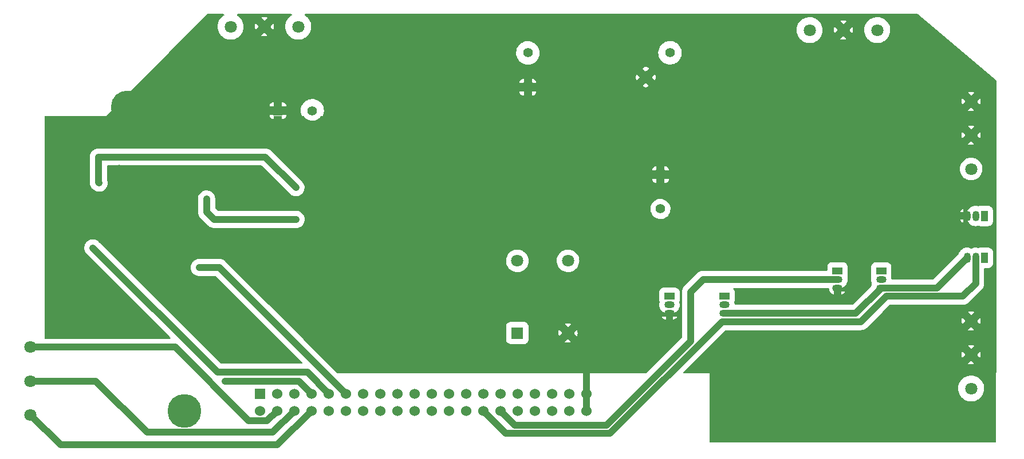
<source format=gbr>
%TF.GenerationSoftware,KiCad,Pcbnew,(6.0.10)*%
%TF.CreationDate,2023-12-09T12:58:45-08:00*%
%TF.ProjectId,windchargecontroller,77696e64-6368-4617-9267-65636f6e7472,rev?*%
%TF.SameCoordinates,Original*%
%TF.FileFunction,Copper,L2,Bot*%
%TF.FilePolarity,Positive*%
%FSLAX46Y46*%
G04 Gerber Fmt 4.6, Leading zero omitted, Abs format (unit mm)*
G04 Created by KiCad (PCBNEW (6.0.10)) date 2023-12-09 12:58:45*
%MOMM*%
%LPD*%
G01*
G04 APERTURE LIST*
G04 Aperture macros list*
%AMRotRect*
0 Rectangle, with rotation*
0 The origin of the aperture is its center*
0 $1 length*
0 $2 width*
0 $3 Rotation angle, in degrees counterclockwise*
0 Add horizontal line*
21,1,$1,$2,0,0,$3*%
G04 Aperture macros list end*
%TA.AperFunction,ComponentPad*%
%ADD10R,1.422400X1.422400*%
%TD*%
%TA.AperFunction,ComponentPad*%
%ADD11C,1.422400*%
%TD*%
%TA.AperFunction,ComponentPad*%
%ADD12R,1.050000X1.500000*%
%TD*%
%TA.AperFunction,ComponentPad*%
%ADD13O,1.050000X1.500000*%
%TD*%
%TA.AperFunction,ComponentPad*%
%ADD14C,1.803400*%
%TD*%
%TA.AperFunction,ComponentPad*%
%ADD15R,1.500000X1.050000*%
%TD*%
%TA.AperFunction,ComponentPad*%
%ADD16O,1.500000X1.050000*%
%TD*%
%TA.AperFunction,ComponentPad*%
%ADD17RotRect,1.422400X1.422400X45.000000*%
%TD*%
%TA.AperFunction,ComponentPad*%
%ADD18R,1.530000X1.530000*%
%TD*%
%TA.AperFunction,ComponentPad*%
%ADD19C,1.530000*%
%TD*%
%TA.AperFunction,ComponentPad*%
%ADD20R,1.803400X1.803400*%
%TD*%
%TA.AperFunction,ViaPad*%
%ADD21C,0.800000*%
%TD*%
%TA.AperFunction,ViaPad*%
%ADD22C,5.000000*%
%TD*%
%TA.AperFunction,ViaPad*%
%ADD23C,3.500000*%
%TD*%
%TA.AperFunction,Conductor*%
%ADD24C,1.000000*%
%TD*%
G04 APERTURE END LIST*
D10*
%TO.P,C15,1*%
%TO.N,GND*%
X153670000Y-48082200D03*
D11*
%TO.P,C15,2*%
%TO.N,Shunt3*%
X153670000Y-43002200D03*
%TD*%
D12*
%TO.P,Q10,1,E*%
%TO.N,/Q12_drive*%
X221132400Y-67153200D03*
D13*
%TO.P,Q10,2,B*%
%TO.N,PowerSW2*%
X219862400Y-67153200D03*
%TO.P,Q10,3,C*%
%TO.N,GND*%
X218592400Y-67153200D03*
%TD*%
D10*
%TO.P,C2,1*%
%TO.N,GND*%
X116713000Y-51562000D03*
D11*
%TO.P,C2,2*%
%TO.N,Shunt2*%
X121793000Y-51562000D03*
%TD*%
D14*
%TO.P,J4,1,1*%
%TO.N,GND*%
X219201999Y-50206899D03*
%TO.P,J4,2,2*%
X219201999Y-55206899D03*
%TO.P,J4,3,3*%
%TO.N,Power2Out*%
X219201999Y-60206899D03*
%TD*%
D15*
%TO.P,Q4,1,E*%
%TO.N,/Q6_drive*%
X182727600Y-79044800D03*
D16*
%TO.P,Q4,2,B*%
%TO.N,PWM_sig*%
X182727600Y-80314800D03*
%TO.P,Q4,3,C*%
%TO.N,Vdrive*%
X182727600Y-81584800D03*
%TD*%
D15*
%TO.P,Q7,1,E*%
%TO.N,/Q11_drive*%
X205901200Y-75298613D03*
D16*
%TO.P,Q7,2,B*%
%TO.N,PowerSW1*%
X205901200Y-76568613D03*
%TO.P,Q7,3,C*%
%TO.N,Vdrive*%
X205901200Y-77838613D03*
%TD*%
D14*
%TO.P,J5,1,1*%
%TO.N,Shunt1*%
X119719101Y-39115999D03*
%TO.P,J5,2,2*%
%TO.N,GND*%
X114719101Y-39115999D03*
%TO.P,J5,3,3*%
%TO.N,/DC+*%
X109719101Y-39115999D03*
%TD*%
D12*
%TO.P,Q9,1,E*%
%TO.N,/Q12_drive*%
X221132400Y-73355200D03*
D13*
%TO.P,Q9,2,B*%
%TO.N,PowerSW2*%
X219862400Y-73355200D03*
%TO.P,Q9,3,C*%
%TO.N,Vdrive*%
X218592400Y-73355200D03*
%TD*%
D15*
%TO.P,Q5,1,E*%
%TO.N,/Q6_drive*%
X174599600Y-79044800D03*
D16*
%TO.P,Q5,2,B*%
%TO.N,PWM_sig*%
X174599600Y-80314800D03*
%TO.P,Q5,3,C*%
%TO.N,GND*%
X174599600Y-81584800D03*
%TD*%
D15*
%TO.P,Q8,1,E*%
%TO.N,/Q11_drive*%
X199445200Y-75284000D03*
D16*
%TO.P,Q8,2,B*%
%TO.N,PowerSW1*%
X199445200Y-76554000D03*
%TO.P,Q8,3,C*%
%TO.N,GND*%
X199445200Y-77824000D03*
%TD*%
D14*
%TO.P,J6,1,1*%
%TO.N,/Loadswitch*%
X205317101Y-39623999D03*
%TO.P,J6,2,2*%
%TO.N,GND*%
X200317101Y-39623999D03*
%TO.P,J6,3,3*%
%TO.N,Shunt4*%
X195317101Y-39623999D03*
%TD*%
%TO.P,J1,1,1*%
%TO.N,PhaseA-*%
X80137001Y-96605101D03*
%TO.P,J1,2,2*%
%TO.N,PhaseB-*%
X80137001Y-91605101D03*
%TO.P,J1,3,3*%
%TO.N,PhaseC-*%
X80137001Y-86605101D03*
%TD*%
D10*
%TO.P,C14,1*%
%TO.N,GND*%
X173278800Y-61036200D03*
D11*
%TO.P,C14,2*%
%TO.N,Shunt3*%
X173278800Y-66116200D03*
%TD*%
D17*
%TO.P,C16,1*%
%TO.N,GND*%
X171094400Y-46583600D03*
D11*
%TO.P,C16,2*%
%TO.N,Shunt3*%
X174686502Y-42991498D03*
%TD*%
D14*
%TO.P,J3,1,1*%
%TO.N,GND*%
X219201999Y-82718899D03*
%TO.P,J3,2,2*%
X219201999Y-87718899D03*
%TO.P,J3,3,3*%
%TO.N,Power1Out*%
X219201999Y-92718899D03*
%TD*%
D18*
%TO.P,J2,01,01*%
%TO.N,GND*%
X114046000Y-93472000D03*
D19*
%TO.P,J2,02,02*%
X114046000Y-96012000D03*
%TO.P,J2,03,03*%
%TO.N,unconnected-(J2-Pad03)*%
X116586000Y-93472000D03*
%TO.P,J2,04,04*%
%TO.N,PhaseC-*%
X116586000Y-96012000D03*
%TO.P,J2,05,05*%
%TO.N,Brake_sig*%
X119126000Y-93472000D03*
%TO.P,J2,06,06*%
%TO.N,PhaseB-*%
X119126000Y-96012000D03*
%TO.P,J2,07,07*%
%TO.N,PhaseA+*%
X121666000Y-93472000D03*
%TO.P,J2,08,08*%
%TO.N,PhaseA-*%
X121666000Y-96012000D03*
%TO.P,J2,09,09*%
%TO.N,PhaseC+*%
X124206000Y-93472000D03*
%TO.P,J2,10,10*%
%TO.N,unconnected-(J2-Pad10)*%
X124206000Y-96012000D03*
%TO.P,J2,11,11*%
%TO.N,PhaseB+*%
X126746000Y-93472000D03*
%TO.P,J2,12,12*%
%TO.N,unconnected-(J2-Pad12)*%
X126746000Y-96012000D03*
%TO.P,J2,13,13*%
%TO.N,Shunt1*%
X129286000Y-93472000D03*
%TO.P,J2,14,14*%
%TO.N,unconnected-(J2-Pad14)*%
X129286000Y-96012000D03*
%TO.P,J2,15,15*%
%TO.N,Shunt2*%
X131826000Y-93472000D03*
%TO.P,J2,16,16*%
%TO.N,unconnected-(J2-Pad16)*%
X131826000Y-96012000D03*
%TO.P,J2,17,17*%
%TO.N,unconnected-(J2-Pad17)*%
X134366000Y-93472000D03*
%TO.P,J2,18,18*%
%TO.N,unconnected-(J2-Pad18)*%
X134366000Y-96012000D03*
%TO.P,J2,19,19*%
%TO.N,unconnected-(J2-Pad19)*%
X136906000Y-93472000D03*
%TO.P,J2,20,20*%
%TO.N,unconnected-(J2-Pad20)*%
X136906000Y-96012000D03*
%TO.P,J2,21,21*%
%TO.N,unconnected-(J2-Pad21)*%
X139446000Y-93472000D03*
%TO.P,J2,22,22*%
%TO.N,unconnected-(J2-Pad22)*%
X139446000Y-96012000D03*
%TO.P,J2,23,23*%
%TO.N,unconnected-(J2-Pad23)*%
X141986000Y-93472000D03*
%TO.P,J2,24,24*%
%TO.N,unconnected-(J2-Pad24)*%
X141986000Y-96012000D03*
%TO.P,J2,25,25*%
%TO.N,unconnected-(J2-Pad25)*%
X144526000Y-93472000D03*
%TO.P,J2,26,26*%
%TO.N,unconnected-(J2-Pad26)*%
X144526000Y-96012000D03*
%TO.P,J2,27,27*%
%TO.N,unconnected-(J2-Pad27)*%
X147066000Y-93472000D03*
%TO.P,J2,28,28*%
%TO.N,PowerSW2*%
X147066000Y-96012000D03*
%TO.P,J2,29,29*%
%TO.N,unconnected-(J2-Pad29)*%
X149606000Y-93472000D03*
%TO.P,J2,30,30*%
%TO.N,PowerSW1*%
X149606000Y-96012000D03*
%TO.P,J2,31,31*%
%TO.N,Vdrive*%
X152146000Y-93472000D03*
%TO.P,J2,32,32*%
%TO.N,Power2Out*%
X152146000Y-96012000D03*
%TO.P,J2,33,33*%
%TO.N,PWM_sig*%
X154686000Y-93472000D03*
%TO.P,J2,34,34*%
%TO.N,Shunt7*%
X154686000Y-96012000D03*
%TO.P,J2,35,35*%
%TO.N,Shunt3*%
X157226000Y-93472000D03*
%TO.P,J2,36,36*%
%TO.N,Power1Out*%
X157226000Y-96012000D03*
%TO.P,J2,37,37*%
%TO.N,Shunt4*%
X159766000Y-93472000D03*
%TO.P,J2,38,38*%
%TO.N,Shunt5*%
X159766000Y-96012000D03*
%TO.P,J2,39,39*%
%TO.N,GND*%
X162306000Y-93472000D03*
%TO.P,J2,40,40*%
X162306000Y-96012000D03*
%TD*%
D20*
%TO.P,FL1,1,1*%
%TO.N,Shunt2*%
X152104400Y-84496401D03*
D14*
%TO.P,FL1,2,2*%
%TO.N,GND*%
X159604400Y-84496401D03*
%TO.P,FL1,3,3*%
%TO.N,/D4_con*%
X159604400Y-73796400D03*
%TO.P,FL1,4,4*%
%TO.N,/FL1_con*%
X152104400Y-73796400D03*
%TD*%
D21*
%TO.N,PhaseA+*%
X108915200Y-91643200D03*
%TO.N,PhaseC+*%
X89357200Y-71882000D03*
%TO.N,PhaseB+*%
X105105200Y-74777600D03*
D22*
%TO.N,GND*%
X186283600Y-95808800D03*
D23*
X110236000Y-64008000D03*
X93218000Y-61366400D03*
D22*
X94488000Y-51104800D03*
D23*
X109474000Y-84582000D03*
D22*
X186436000Y-47650400D03*
D23*
X164693600Y-84480400D03*
D22*
X102870000Y-96012000D03*
D21*
%TO.N,/R5_con*%
X106172000Y-64643000D03*
X119400779Y-67667897D03*
%TO.N,/R6_con*%
X119380000Y-62971710D03*
X90271600Y-62280800D03*
%TD*%
D24*
%TO.N,PowerSW2*%
X219862400Y-77165200D02*
X219862400Y-73355200D01*
X202887425Y-82809800D02*
X206658612Y-79038613D01*
X206658612Y-79038613D02*
X217988987Y-79038613D01*
X217988987Y-79038613D02*
X219862400Y-77165200D01*
X182366200Y-82809800D02*
X202887425Y-82809800D01*
X147066000Y-96012000D02*
X150399600Y-99345600D01*
X150399600Y-99345600D02*
X165830400Y-99345600D01*
X165830400Y-99345600D02*
X182366200Y-82809800D01*
%TO.N,PhaseB-*%
X115926000Y-99212000D02*
X119126000Y-96012000D01*
X97383200Y-99212000D02*
X115926000Y-99212000D01*
X89776301Y-91605101D02*
X97383200Y-99212000D01*
X80137001Y-91605101D02*
X89776301Y-91605101D01*
%TO.N,PhaseA-*%
X84573100Y-101041200D02*
X80137001Y-96605101D01*
X116636800Y-101041200D02*
X84573100Y-101041200D01*
X121666000Y-96012000D02*
X116636800Y-101041200D01*
%TO.N,PhaseC-*%
X112416484Y-97477000D02*
X101544585Y-86605101D01*
X115121000Y-97477000D02*
X112416484Y-97477000D01*
X116586000Y-96012000D02*
X115121000Y-97477000D01*
X101544585Y-86605101D02*
X80137001Y-86605101D01*
%TO.N,PhaseB+*%
X108051600Y-74777600D02*
X126746000Y-93472000D01*
X105105200Y-74777600D02*
X108051600Y-74777600D01*
%TO.N,PhaseC+*%
X107797600Y-90322400D02*
X121056400Y-90322400D01*
X121056400Y-90322400D02*
X124206000Y-93472000D01*
X89357200Y-71882000D02*
X107797600Y-90322400D01*
%TO.N,PhaseA+*%
X119837200Y-91643200D02*
X121666000Y-93472000D01*
X108915200Y-91643200D02*
X119837200Y-91643200D01*
%TO.N,PowerSW1*%
X177698400Y-78435200D02*
X179579600Y-76554000D01*
X177698400Y-85699600D02*
X177698400Y-78435200D01*
X165252400Y-98145600D02*
X177698400Y-85699600D01*
X179579600Y-76554000D02*
X199445200Y-76554000D01*
X151739600Y-98145600D02*
X165252400Y-98145600D01*
X149606000Y-96012000D02*
X151739600Y-98145600D01*
%TO.N,GND*%
X162306000Y-96012000D02*
X162306000Y-89560400D01*
%TO.N,Vdrive*%
X205901200Y-77838613D02*
X214108987Y-77838613D01*
X182727600Y-81584800D02*
X202155013Y-81584800D01*
X214108987Y-77838613D02*
X218592400Y-73355200D01*
X202155013Y-81584800D02*
X205901200Y-77838613D01*
%TO.N,/R5_con*%
X119400779Y-67667897D02*
X107291897Y-67667897D01*
X106172000Y-66548000D02*
X106172000Y-64643000D01*
X107291897Y-67667897D02*
X106172000Y-66548000D01*
%TO.N,/R6_con*%
X90170000Y-62179200D02*
X90271600Y-62280800D01*
X119380000Y-62971710D02*
X114828290Y-58420000D01*
X114828290Y-58420000D02*
X90170000Y-58420000D01*
X90170000Y-58420000D02*
X90170000Y-62179200D01*
%TD*%
%TA.AperFunction,Conductor*%
%TO.N,GND*%
G36*
X108728313Y-37256402D02*
G01*
X108774806Y-37310058D01*
X108784910Y-37380332D01*
X108755416Y-37444912D01*
X108721763Y-37471461D01*
X108722035Y-37471906D01*
X108718291Y-37474200D01*
X108718271Y-37474216D01*
X108714284Y-37476287D01*
X108710669Y-37478870D01*
X108710663Y-37478874D01*
X108496892Y-37631637D01*
X108496888Y-37631640D01*
X108493271Y-37634225D01*
X108490051Y-37637297D01*
X108336752Y-37783537D01*
X108296716Y-37821729D01*
X108293960Y-37825225D01*
X108293959Y-37825226D01*
X108258160Y-37870637D01*
X108128542Y-38035056D01*
X108099213Y-38085550D01*
X107994338Y-38266105D01*
X107994335Y-38266111D01*
X107992104Y-38269952D01*
X107990434Y-38274075D01*
X107975697Y-38310460D01*
X107890124Y-38521728D01*
X107854495Y-38665160D01*
X107826478Y-38777952D01*
X107824637Y-38785362D01*
X107796950Y-39055593D01*
X107807615Y-39327029D01*
X107856419Y-39594255D01*
X107942388Y-39851938D01*
X107980328Y-39927868D01*
X108025501Y-40018272D01*
X108063808Y-40094937D01*
X108218255Y-40318403D01*
X108260336Y-40363926D01*
X108336149Y-40445940D01*
X108402648Y-40517879D01*
X108406102Y-40520691D01*
X108609851Y-40686569D01*
X108609855Y-40686572D01*
X108613308Y-40689383D01*
X108846032Y-40829494D01*
X109096175Y-40935416D01*
X109100468Y-40936554D01*
X109100473Y-40936556D01*
X109354448Y-41003896D01*
X109358748Y-41005036D01*
X109363165Y-41005559D01*
X109363166Y-41005559D01*
X109493629Y-41021000D01*
X109628511Y-41036964D01*
X109900081Y-41030564D01*
X109904475Y-41029833D01*
X109904482Y-41029832D01*
X110163638Y-40986697D01*
X110163642Y-40986696D01*
X110168040Y-40985964D01*
X110427041Y-40904052D01*
X110431052Y-40902126D01*
X110431057Y-40902124D01*
X110667899Y-40788394D01*
X110667900Y-40788393D01*
X110671918Y-40786464D01*
X110675624Y-40783988D01*
X110894075Y-40638024D01*
X110894079Y-40638021D01*
X110897783Y-40635546D01*
X110901100Y-40632575D01*
X110901104Y-40632572D01*
X111096812Y-40457281D01*
X111096813Y-40457280D01*
X111100130Y-40454309D01*
X111110394Y-40442099D01*
X114247149Y-40442099D01*
X114250024Y-40445940D01*
X114319628Y-40472519D01*
X114329526Y-40475395D01*
X114546553Y-40519549D01*
X114556782Y-40520768D01*
X114778104Y-40528885D01*
X114788390Y-40528418D01*
X115008068Y-40500276D01*
X115018154Y-40498133D01*
X115181225Y-40449209D01*
X115193043Y-40441515D01*
X115192653Y-40438906D01*
X115190734Y-40436160D01*
X114731913Y-39977339D01*
X114717969Y-39969725D01*
X114716136Y-39969856D01*
X114709521Y-39974107D01*
X114253909Y-40429719D01*
X114247149Y-40442099D01*
X111110394Y-40442099D01*
X111110885Y-40441515D01*
X111272057Y-40249777D01*
X111274922Y-40246369D01*
X111418671Y-40015875D01*
X111437137Y-39974107D01*
X111502651Y-39825916D01*
X111528509Y-39767426D01*
X111602244Y-39505979D01*
X111621304Y-39364079D01*
X111637979Y-39239933D01*
X111637980Y-39239925D01*
X111638406Y-39236751D01*
X111641164Y-39149003D01*
X111642100Y-39119221D01*
X111642100Y-39119216D01*
X111642201Y-39115999D01*
X111640119Y-39086595D01*
X113305289Y-39086595D01*
X113318038Y-39307695D01*
X113319474Y-39317916D01*
X113368161Y-39533954D01*
X113371245Y-39543795D01*
X113385087Y-39577883D01*
X113393859Y-39588926D01*
X113398894Y-39587678D01*
X113857761Y-39128811D01*
X113864139Y-39117131D01*
X115572827Y-39117131D01*
X115572958Y-39118964D01*
X115577209Y-39125579D01*
X116034083Y-39582453D01*
X116046463Y-39589213D01*
X116048667Y-39587563D01*
X116050087Y-39584759D01*
X116100184Y-39419868D01*
X116102361Y-39409798D01*
X116131506Y-39188421D01*
X116132025Y-39181746D01*
X116133550Y-39119363D01*
X116133356Y-39112645D01*
X116115062Y-38890120D01*
X116113379Y-38879958D01*
X116059426Y-38665160D01*
X116056104Y-38655401D01*
X116054880Y-38652586D01*
X116045841Y-38641761D01*
X116040368Y-38643260D01*
X115580441Y-39103187D01*
X115572827Y-39117131D01*
X113864139Y-39117131D01*
X113865375Y-39114867D01*
X113865244Y-39113034D01*
X113860993Y-39106419D01*
X113402337Y-38647763D01*
X113389957Y-38641003D01*
X113388404Y-38642165D01*
X113386383Y-38646281D01*
X113331007Y-38845959D01*
X113329076Y-38856079D01*
X113305541Y-39076306D01*
X113305289Y-39086595D01*
X111640119Y-39086595D01*
X111623015Y-38845032D01*
X111619499Y-38828698D01*
X111566778Y-38583818D01*
X111566778Y-38583816D01*
X111565842Y-38579471D01*
X111471821Y-38324616D01*
X111342828Y-38085550D01*
X111181438Y-37867045D01*
X111175607Y-37861121D01*
X111107087Y-37791517D01*
X114246388Y-37791517D01*
X114246982Y-37794915D01*
X114248089Y-37796459D01*
X114706289Y-38254659D01*
X114720233Y-38262273D01*
X114722066Y-38262142D01*
X114728681Y-38257891D01*
X115184112Y-37802460D01*
X115190872Y-37790080D01*
X115188320Y-37786671D01*
X115187934Y-37786464D01*
X115085312Y-37750123D01*
X115075341Y-37747489D01*
X114857309Y-37708652D01*
X114847056Y-37707683D01*
X114625597Y-37704977D01*
X114615314Y-37705697D01*
X114396398Y-37739195D01*
X114386371Y-37741584D01*
X114258014Y-37783537D01*
X114246388Y-37791517D01*
X111107087Y-37791517D01*
X111057932Y-37741584D01*
X110990870Y-37673460D01*
X110774927Y-37508658D01*
X110721744Y-37478874D01*
X110710066Y-37472334D01*
X110660404Y-37421597D01*
X110646057Y-37352066D01*
X110671578Y-37285815D01*
X110728867Y-37243879D01*
X110771632Y-37236400D01*
X118660192Y-37236400D01*
X118728313Y-37256402D01*
X118774806Y-37310058D01*
X118784910Y-37380332D01*
X118755416Y-37444912D01*
X118721763Y-37471461D01*
X118722035Y-37471906D01*
X118718291Y-37474200D01*
X118718271Y-37474216D01*
X118714284Y-37476287D01*
X118710669Y-37478870D01*
X118710663Y-37478874D01*
X118496892Y-37631637D01*
X118496888Y-37631640D01*
X118493271Y-37634225D01*
X118490051Y-37637297D01*
X118336752Y-37783537D01*
X118296716Y-37821729D01*
X118293960Y-37825225D01*
X118293959Y-37825226D01*
X118258160Y-37870637D01*
X118128542Y-38035056D01*
X118099213Y-38085550D01*
X117994338Y-38266105D01*
X117994335Y-38266111D01*
X117992104Y-38269952D01*
X117990434Y-38274075D01*
X117975697Y-38310460D01*
X117890124Y-38521728D01*
X117854495Y-38665160D01*
X117826478Y-38777952D01*
X117824637Y-38785362D01*
X117796950Y-39055593D01*
X117807615Y-39327029D01*
X117856419Y-39594255D01*
X117942388Y-39851938D01*
X117980328Y-39927868D01*
X118025501Y-40018272D01*
X118063808Y-40094937D01*
X118218255Y-40318403D01*
X118260336Y-40363926D01*
X118336149Y-40445940D01*
X118402648Y-40517879D01*
X118406102Y-40520691D01*
X118609851Y-40686569D01*
X118609855Y-40686572D01*
X118613308Y-40689383D01*
X118846032Y-40829494D01*
X119096175Y-40935416D01*
X119100468Y-40936554D01*
X119100473Y-40936556D01*
X119354448Y-41003896D01*
X119358748Y-41005036D01*
X119363165Y-41005559D01*
X119363166Y-41005559D01*
X119493629Y-41021000D01*
X119628511Y-41036964D01*
X119900081Y-41030564D01*
X119904475Y-41029833D01*
X119904482Y-41029832D01*
X120163638Y-40986697D01*
X120163642Y-40986696D01*
X120168040Y-40985964D01*
X120427041Y-40904052D01*
X120431052Y-40902126D01*
X120431057Y-40902124D01*
X120667899Y-40788394D01*
X120667900Y-40788393D01*
X120671918Y-40786464D01*
X120675624Y-40783988D01*
X120894075Y-40638024D01*
X120894079Y-40638021D01*
X120897783Y-40635546D01*
X120901100Y-40632575D01*
X120901104Y-40632572D01*
X121096812Y-40457281D01*
X121096813Y-40457280D01*
X121100130Y-40454309D01*
X121110885Y-40441515D01*
X121272057Y-40249777D01*
X121274922Y-40246369D01*
X121418671Y-40015875D01*
X121437137Y-39974107D01*
X121502651Y-39825916D01*
X121528509Y-39767426D01*
X121585995Y-39563593D01*
X193394950Y-39563593D01*
X193405615Y-39835029D01*
X193420731Y-39917798D01*
X193439333Y-40019649D01*
X193454419Y-40102255D01*
X193540388Y-40359938D01*
X193661808Y-40602937D01*
X193816255Y-40826403D01*
X193888033Y-40904052D01*
X193934149Y-40953940D01*
X194000648Y-41025879D01*
X194004102Y-41028691D01*
X194207851Y-41194569D01*
X194207855Y-41194572D01*
X194211308Y-41197383D01*
X194444032Y-41337494D01*
X194448127Y-41339228D01*
X194448129Y-41339229D01*
X194586629Y-41397876D01*
X194694175Y-41443416D01*
X194698468Y-41444554D01*
X194698473Y-41444556D01*
X194942993Y-41509389D01*
X194956748Y-41513036D01*
X194961165Y-41513559D01*
X194961166Y-41513559D01*
X195091630Y-41529000D01*
X195226511Y-41544964D01*
X195498081Y-41538564D01*
X195502475Y-41537833D01*
X195502482Y-41537832D01*
X195761638Y-41494697D01*
X195761642Y-41494696D01*
X195766040Y-41493964D01*
X196025041Y-41412052D01*
X196029052Y-41410126D01*
X196029057Y-41410124D01*
X196265899Y-41296394D01*
X196265900Y-41296393D01*
X196269918Y-41294464D01*
X196273624Y-41291988D01*
X196492075Y-41146024D01*
X196492079Y-41146021D01*
X196495783Y-41143546D01*
X196499100Y-41140575D01*
X196499104Y-41140572D01*
X196694812Y-40965281D01*
X196694813Y-40965280D01*
X196698130Y-40962309D01*
X196708394Y-40950099D01*
X199845149Y-40950099D01*
X199848024Y-40953940D01*
X199917628Y-40980519D01*
X199927526Y-40983395D01*
X200144553Y-41027549D01*
X200154782Y-41028768D01*
X200376104Y-41036885D01*
X200386390Y-41036418D01*
X200606068Y-41008276D01*
X200616154Y-41006133D01*
X200779225Y-40957209D01*
X200791043Y-40949515D01*
X200790653Y-40946906D01*
X200788734Y-40944160D01*
X200329913Y-40485339D01*
X200315969Y-40477725D01*
X200314136Y-40477856D01*
X200307521Y-40482107D01*
X199851909Y-40937719D01*
X199845149Y-40950099D01*
X196708394Y-40950099D01*
X196708885Y-40949515D01*
X196845943Y-40786464D01*
X196872922Y-40754369D01*
X197016671Y-40523875D01*
X197028052Y-40498133D01*
X197124709Y-40279497D01*
X197126509Y-40275426D01*
X197200244Y-40013979D01*
X197205600Y-39974107D01*
X197235979Y-39747933D01*
X197235980Y-39747925D01*
X197236406Y-39744751D01*
X197238135Y-39689746D01*
X197240100Y-39627221D01*
X197240100Y-39627216D01*
X197240201Y-39623999D01*
X197238119Y-39594595D01*
X198903289Y-39594595D01*
X198916038Y-39815695D01*
X198917474Y-39825916D01*
X198966161Y-40041954D01*
X198969245Y-40051795D01*
X198983087Y-40085883D01*
X198991859Y-40096926D01*
X198996894Y-40095678D01*
X199455761Y-39636811D01*
X199462139Y-39625131D01*
X201170827Y-39625131D01*
X201170958Y-39626964D01*
X201175209Y-39633579D01*
X201632083Y-40090453D01*
X201644463Y-40097213D01*
X201646667Y-40095563D01*
X201648087Y-40092759D01*
X201698184Y-39927868D01*
X201700361Y-39917798D01*
X201729506Y-39696421D01*
X201730025Y-39689746D01*
X201731550Y-39627363D01*
X201731356Y-39620645D01*
X201726666Y-39563593D01*
X203394950Y-39563593D01*
X203405615Y-39835029D01*
X203420731Y-39917798D01*
X203439333Y-40019649D01*
X203454419Y-40102255D01*
X203540388Y-40359938D01*
X203661808Y-40602937D01*
X203816255Y-40826403D01*
X203888033Y-40904052D01*
X203934149Y-40953940D01*
X204000648Y-41025879D01*
X204004102Y-41028691D01*
X204207851Y-41194569D01*
X204207855Y-41194572D01*
X204211308Y-41197383D01*
X204444032Y-41337494D01*
X204448127Y-41339228D01*
X204448129Y-41339229D01*
X204586629Y-41397876D01*
X204694175Y-41443416D01*
X204698468Y-41444554D01*
X204698473Y-41444556D01*
X204942993Y-41509389D01*
X204956748Y-41513036D01*
X204961165Y-41513559D01*
X204961166Y-41513559D01*
X205091630Y-41529000D01*
X205226511Y-41544964D01*
X205498081Y-41538564D01*
X205502475Y-41537833D01*
X205502482Y-41537832D01*
X205761638Y-41494697D01*
X205761642Y-41494696D01*
X205766040Y-41493964D01*
X206025041Y-41412052D01*
X206029052Y-41410126D01*
X206029057Y-41410124D01*
X206265899Y-41296394D01*
X206265900Y-41296393D01*
X206269918Y-41294464D01*
X206273624Y-41291988D01*
X206492075Y-41146024D01*
X206492079Y-41146021D01*
X206495783Y-41143546D01*
X206499100Y-41140575D01*
X206499104Y-41140572D01*
X206694812Y-40965281D01*
X206694813Y-40965280D01*
X206698130Y-40962309D01*
X206708885Y-40949515D01*
X206845943Y-40786464D01*
X206872922Y-40754369D01*
X207016671Y-40523875D01*
X207028052Y-40498133D01*
X207124709Y-40279497D01*
X207126509Y-40275426D01*
X207200244Y-40013979D01*
X207205600Y-39974107D01*
X207235979Y-39747933D01*
X207235980Y-39747925D01*
X207236406Y-39744751D01*
X207238135Y-39689746D01*
X207240100Y-39627221D01*
X207240100Y-39627216D01*
X207240201Y-39623999D01*
X207221015Y-39353032D01*
X207211255Y-39307695D01*
X207164778Y-39091818D01*
X207164778Y-39091816D01*
X207163842Y-39087471D01*
X207076044Y-38849484D01*
X207071362Y-38836793D01*
X207069821Y-38832616D01*
X207042551Y-38782075D01*
X206942941Y-38597466D01*
X206940828Y-38593550D01*
X206779438Y-38375045D01*
X206703673Y-38298080D01*
X206672196Y-38266105D01*
X206588870Y-38181460D01*
X206372927Y-38016658D01*
X206319744Y-37986874D01*
X206139808Y-37886105D01*
X206139807Y-37886105D01*
X206135917Y-37883926D01*
X206101567Y-37870637D01*
X205886725Y-37787520D01*
X205886719Y-37787518D01*
X205882570Y-37785913D01*
X205878238Y-37784909D01*
X205878235Y-37784908D01*
X205716795Y-37747489D01*
X205617940Y-37724576D01*
X205347308Y-37701136D01*
X205342873Y-37701380D01*
X205342869Y-37701380D01*
X205232403Y-37707460D01*
X205076073Y-37716063D01*
X204809647Y-37769059D01*
X204668412Y-37818657D01*
X204557554Y-37857587D01*
X204557551Y-37857588D01*
X204553346Y-37859065D01*
X204549393Y-37861118D01*
X204549387Y-37861121D01*
X204413221Y-37931854D01*
X204312284Y-37984287D01*
X204308669Y-37986870D01*
X204308663Y-37986874D01*
X204094892Y-38139637D01*
X204094888Y-38139640D01*
X204091271Y-38142225D01*
X204088051Y-38145297D01*
X203934752Y-38291537D01*
X203894716Y-38329729D01*
X203891960Y-38333225D01*
X203891959Y-38333226D01*
X203856160Y-38378637D01*
X203726542Y-38543056D01*
X203697213Y-38593550D01*
X203592338Y-38774105D01*
X203592335Y-38774111D01*
X203590104Y-38777952D01*
X203488124Y-39029728D01*
X203422637Y-39293362D01*
X203394950Y-39563593D01*
X201726666Y-39563593D01*
X201713062Y-39398120D01*
X201711379Y-39387958D01*
X201657426Y-39173160D01*
X201654104Y-39163401D01*
X201652880Y-39160586D01*
X201643841Y-39149761D01*
X201638368Y-39151260D01*
X201178441Y-39611187D01*
X201170827Y-39625131D01*
X199462139Y-39625131D01*
X199463375Y-39622867D01*
X199463244Y-39621034D01*
X199458993Y-39614419D01*
X199000337Y-39155763D01*
X198987957Y-39149003D01*
X198986404Y-39150165D01*
X198984383Y-39154281D01*
X198929007Y-39353959D01*
X198927076Y-39364079D01*
X198903541Y-39584306D01*
X198903289Y-39594595D01*
X197238119Y-39594595D01*
X197221015Y-39353032D01*
X197211255Y-39307695D01*
X197164778Y-39091818D01*
X197164778Y-39091816D01*
X197163842Y-39087471D01*
X197076044Y-38849484D01*
X197071362Y-38836793D01*
X197069821Y-38832616D01*
X197042551Y-38782075D01*
X196942941Y-38597466D01*
X196940828Y-38593550D01*
X196779438Y-38375045D01*
X196705088Y-38299517D01*
X199844388Y-38299517D01*
X199844982Y-38302915D01*
X199846089Y-38304459D01*
X200304289Y-38762659D01*
X200318233Y-38770273D01*
X200320066Y-38770142D01*
X200326681Y-38765891D01*
X200782112Y-38310460D01*
X200788872Y-38298080D01*
X200786320Y-38294671D01*
X200785934Y-38294464D01*
X200683312Y-38258123D01*
X200673341Y-38255489D01*
X200455309Y-38216652D01*
X200445056Y-38215683D01*
X200223597Y-38212977D01*
X200213314Y-38213697D01*
X199994398Y-38247195D01*
X199984371Y-38249584D01*
X199856014Y-38291537D01*
X199844388Y-38299517D01*
X196705088Y-38299517D01*
X196703673Y-38298080D01*
X196672196Y-38266105D01*
X196588870Y-38181460D01*
X196372927Y-38016658D01*
X196319744Y-37986874D01*
X196139808Y-37886105D01*
X196139807Y-37886105D01*
X196135917Y-37883926D01*
X196101567Y-37870637D01*
X195886725Y-37787520D01*
X195886719Y-37787518D01*
X195882570Y-37785913D01*
X195878238Y-37784909D01*
X195878235Y-37784908D01*
X195716795Y-37747489D01*
X195617940Y-37724576D01*
X195347308Y-37701136D01*
X195342873Y-37701380D01*
X195342869Y-37701380D01*
X195232403Y-37707460D01*
X195076073Y-37716063D01*
X194809647Y-37769059D01*
X194668412Y-37818657D01*
X194557554Y-37857587D01*
X194557551Y-37857588D01*
X194553346Y-37859065D01*
X194549393Y-37861118D01*
X194549387Y-37861121D01*
X194413221Y-37931854D01*
X194312284Y-37984287D01*
X194308669Y-37986870D01*
X194308663Y-37986874D01*
X194094892Y-38139637D01*
X194094888Y-38139640D01*
X194091271Y-38142225D01*
X194088051Y-38145297D01*
X193934752Y-38291537D01*
X193894716Y-38329729D01*
X193891960Y-38333225D01*
X193891959Y-38333226D01*
X193856160Y-38378637D01*
X193726542Y-38543056D01*
X193697213Y-38593550D01*
X193592338Y-38774105D01*
X193592335Y-38774111D01*
X193590104Y-38777952D01*
X193488124Y-39029728D01*
X193422637Y-39293362D01*
X193394950Y-39563593D01*
X121585995Y-39563593D01*
X121602244Y-39505979D01*
X121621304Y-39364079D01*
X121637979Y-39239933D01*
X121637980Y-39239925D01*
X121638406Y-39236751D01*
X121641164Y-39149003D01*
X121642100Y-39119221D01*
X121642100Y-39119216D01*
X121642201Y-39115999D01*
X121623015Y-38845032D01*
X121619499Y-38828698D01*
X121566778Y-38583818D01*
X121566778Y-38583816D01*
X121565842Y-38579471D01*
X121471821Y-38324616D01*
X121342828Y-38085550D01*
X121181438Y-37867045D01*
X121175607Y-37861121D01*
X121057932Y-37741584D01*
X120990870Y-37673460D01*
X120774927Y-37508658D01*
X120721744Y-37478874D01*
X120710066Y-37472334D01*
X120660404Y-37421597D01*
X120646057Y-37352066D01*
X120671578Y-37285815D01*
X120728867Y-37243879D01*
X120771632Y-37236400D01*
X211231003Y-37236400D01*
X211299124Y-37256402D01*
X211312448Y-37266261D01*
X222865845Y-47053855D01*
X222904893Y-47113149D01*
X222910400Y-47149994D01*
X222910400Y-52374800D01*
X123321851Y-52374800D01*
X123347497Y-52317869D01*
X123421060Y-52154565D01*
X123456358Y-52029408D01*
X123489494Y-51911918D01*
X123489495Y-51911915D01*
X123490764Y-51907414D01*
X123523171Y-51652674D01*
X123525545Y-51562000D01*
X123523390Y-51532999D01*
X218730047Y-51532999D01*
X218732922Y-51536840D01*
X218802526Y-51563419D01*
X218812424Y-51566295D01*
X219029451Y-51610449D01*
X219039680Y-51611668D01*
X219261002Y-51619785D01*
X219271288Y-51619318D01*
X219490966Y-51591176D01*
X219501052Y-51589033D01*
X219664123Y-51540109D01*
X219675941Y-51532415D01*
X219675551Y-51529806D01*
X219673632Y-51527060D01*
X219214811Y-51068239D01*
X219200867Y-51060625D01*
X219199034Y-51060756D01*
X219192419Y-51065007D01*
X218736807Y-51520619D01*
X218730047Y-51532999D01*
X123523390Y-51532999D01*
X123506514Y-51305914D01*
X123449841Y-51055453D01*
X123431367Y-51007946D01*
X123358463Y-50820473D01*
X123358462Y-50820471D01*
X123356770Y-50816120D01*
X123229345Y-50593173D01*
X123096977Y-50425266D01*
X123073258Y-50395178D01*
X123073255Y-50395175D01*
X123070366Y-50391510D01*
X122944010Y-50272646D01*
X122886727Y-50218759D01*
X122886724Y-50218757D01*
X122883326Y-50215560D01*
X122828455Y-50177495D01*
X217788187Y-50177495D01*
X217800936Y-50398595D01*
X217802372Y-50408816D01*
X217851059Y-50624854D01*
X217854143Y-50634695D01*
X217867985Y-50668783D01*
X217876757Y-50679826D01*
X217881792Y-50678578D01*
X218340659Y-50219711D01*
X218347037Y-50208031D01*
X220055725Y-50208031D01*
X220055856Y-50209864D01*
X220060107Y-50216479D01*
X220516981Y-50673353D01*
X220529361Y-50680113D01*
X220531565Y-50678463D01*
X220532985Y-50675659D01*
X220583082Y-50510768D01*
X220585259Y-50500698D01*
X220614404Y-50279321D01*
X220614923Y-50272646D01*
X220616448Y-50210263D01*
X220616254Y-50203545D01*
X220597960Y-49981020D01*
X220596277Y-49970858D01*
X220542324Y-49756060D01*
X220539002Y-49746301D01*
X220537778Y-49743486D01*
X220528739Y-49732661D01*
X220523266Y-49734160D01*
X220063339Y-50194087D01*
X220055725Y-50208031D01*
X218347037Y-50208031D01*
X218348273Y-50205767D01*
X218348142Y-50203934D01*
X218343891Y-50197319D01*
X217885235Y-49738663D01*
X217872855Y-49731903D01*
X217871302Y-49733065D01*
X217869281Y-49737181D01*
X217813905Y-49936859D01*
X217811974Y-49946979D01*
X217788439Y-50167206D01*
X217788187Y-50177495D01*
X122828455Y-50177495D01*
X122728619Y-50108236D01*
X122676165Y-50071847D01*
X122676162Y-50071845D01*
X122672333Y-50069189D01*
X122626694Y-50046682D01*
X122446209Y-49957676D01*
X122446205Y-49957675D01*
X122442023Y-49955612D01*
X122197455Y-49877325D01*
X122058307Y-49854664D01*
X121948613Y-49836799D01*
X121948612Y-49836799D01*
X121944001Y-49836048D01*
X121815616Y-49834368D01*
X121691908Y-49832748D01*
X121691905Y-49832748D01*
X121687231Y-49832687D01*
X121432784Y-49867315D01*
X121186250Y-49939173D01*
X121181997Y-49941133D01*
X121181996Y-49941134D01*
X121160272Y-49951149D01*
X120953046Y-50046682D01*
X120949137Y-50049245D01*
X120742206Y-50184914D01*
X120742201Y-50184918D01*
X120738293Y-50187480D01*
X120713214Y-50209864D01*
X120553603Y-50352322D01*
X120546711Y-50358473D01*
X120382508Y-50555906D01*
X120334698Y-50634695D01*
X120265671Y-50748448D01*
X120249291Y-50775441D01*
X120149987Y-51012255D01*
X120086776Y-51261147D01*
X120061049Y-51516647D01*
X120061273Y-51521314D01*
X120061273Y-51521319D01*
X120064526Y-51589033D01*
X120073369Y-51773144D01*
X120123467Y-52025003D01*
X120125046Y-52029401D01*
X120125048Y-52029408D01*
X120208658Y-52262281D01*
X120210241Y-52266690D01*
X120264308Y-52367312D01*
X120268331Y-52374800D01*
X117926387Y-52374800D01*
X117931831Y-52324686D01*
X117932200Y-52317872D01*
X117932200Y-52180115D01*
X117927725Y-52164876D01*
X117926335Y-52163671D01*
X117918652Y-52162000D01*
X115511916Y-52162000D01*
X115496677Y-52166475D01*
X115495472Y-52167865D01*
X115493801Y-52175548D01*
X115493801Y-52317869D01*
X115494171Y-52324690D01*
X115499613Y-52374800D01*
X91287600Y-52374800D01*
X91294987Y-52367312D01*
X91294988Y-52367312D01*
X92699308Y-50943885D01*
X115493800Y-50943885D01*
X115498275Y-50959124D01*
X115499665Y-50960329D01*
X115507348Y-50962000D01*
X116094885Y-50962000D01*
X116110124Y-50957525D01*
X116111329Y-50956135D01*
X116113000Y-50948452D01*
X116113000Y-50943885D01*
X117313000Y-50943885D01*
X117317475Y-50959124D01*
X117318865Y-50960329D01*
X117326548Y-50962000D01*
X117914084Y-50962000D01*
X117929323Y-50957525D01*
X117930528Y-50956135D01*
X117932199Y-50948452D01*
X117932199Y-50806131D01*
X117931829Y-50799310D01*
X117926305Y-50748448D01*
X117922679Y-50733196D01*
X117877524Y-50612746D01*
X117868986Y-50597151D01*
X117792485Y-50495076D01*
X117779924Y-50482515D01*
X117677849Y-50406014D01*
X117662254Y-50397476D01*
X117541806Y-50352322D01*
X117526551Y-50348695D01*
X117475686Y-50343169D01*
X117468872Y-50342800D01*
X117331115Y-50342800D01*
X117315876Y-50347275D01*
X117314671Y-50348665D01*
X117313000Y-50356348D01*
X117313000Y-50943885D01*
X116113000Y-50943885D01*
X116113000Y-50360916D01*
X116108525Y-50345677D01*
X116107135Y-50344472D01*
X116099452Y-50342801D01*
X115957131Y-50342801D01*
X115950310Y-50343171D01*
X115899448Y-50348695D01*
X115884196Y-50352321D01*
X115763746Y-50397476D01*
X115748151Y-50406014D01*
X115646076Y-50482515D01*
X115633515Y-50495076D01*
X115557014Y-50597151D01*
X115548476Y-50612746D01*
X115503322Y-50733194D01*
X115499695Y-50748449D01*
X115494169Y-50799314D01*
X115493800Y-50806128D01*
X115493800Y-50943885D01*
X92699308Y-50943885D01*
X94776858Y-48838069D01*
X152450801Y-48838069D01*
X152451171Y-48844890D01*
X152456695Y-48895752D01*
X152460321Y-48911004D01*
X152505476Y-49031454D01*
X152514014Y-49047049D01*
X152590515Y-49149124D01*
X152603076Y-49161685D01*
X152705151Y-49238186D01*
X152720746Y-49246724D01*
X152841194Y-49291878D01*
X152856449Y-49295505D01*
X152907314Y-49301031D01*
X152914128Y-49301400D01*
X153051885Y-49301400D01*
X153067124Y-49296925D01*
X153068329Y-49295535D01*
X153070000Y-49287852D01*
X153070000Y-49283284D01*
X154270000Y-49283284D01*
X154274475Y-49298523D01*
X154275865Y-49299728D01*
X154283548Y-49301399D01*
X154425869Y-49301399D01*
X154432690Y-49301029D01*
X154483552Y-49295505D01*
X154498804Y-49291879D01*
X154619254Y-49246724D01*
X154634849Y-49238186D01*
X154736924Y-49161685D01*
X154749485Y-49149124D01*
X154825986Y-49047049D01*
X154834524Y-49031454D01*
X154879678Y-48911006D01*
X154883305Y-48895751D01*
X154884754Y-48882417D01*
X218729286Y-48882417D01*
X218729880Y-48885815D01*
X218730987Y-48887359D01*
X219189187Y-49345559D01*
X219203131Y-49353173D01*
X219204964Y-49353042D01*
X219211579Y-49348791D01*
X219667010Y-48893360D01*
X219673770Y-48880980D01*
X219671218Y-48877571D01*
X219670832Y-48877364D01*
X219568210Y-48841023D01*
X219558239Y-48838389D01*
X219340207Y-48799552D01*
X219329954Y-48798583D01*
X219108495Y-48795877D01*
X219098212Y-48796597D01*
X218879296Y-48830095D01*
X218869269Y-48832484D01*
X218740912Y-48874437D01*
X218729286Y-48882417D01*
X154884754Y-48882417D01*
X154888831Y-48844886D01*
X154889200Y-48838072D01*
X154889200Y-48700315D01*
X154884725Y-48685076D01*
X154883335Y-48683871D01*
X154875652Y-48682200D01*
X154288115Y-48682200D01*
X154272876Y-48686675D01*
X154271671Y-48688065D01*
X154270000Y-48695748D01*
X154270000Y-49283284D01*
X153070000Y-49283284D01*
X153070000Y-48700315D01*
X153065525Y-48685076D01*
X153064135Y-48683871D01*
X153056452Y-48682200D01*
X152468916Y-48682200D01*
X152453677Y-48686675D01*
X152452472Y-48688065D01*
X152450801Y-48695748D01*
X152450801Y-48838069D01*
X94776858Y-48838069D01*
X95730847Y-47871100D01*
X170661758Y-47871100D01*
X170661889Y-47872933D01*
X170666140Y-47879548D01*
X170766774Y-47980182D01*
X170771856Y-47984743D01*
X170811730Y-48016803D01*
X170825083Y-48025026D01*
X170942186Y-48078269D01*
X170959241Y-48083256D01*
X171085511Y-48101339D01*
X171103289Y-48101339D01*
X171229559Y-48083256D01*
X171246614Y-48078269D01*
X171363723Y-48025023D01*
X171377067Y-48016806D01*
X171416952Y-47984737D01*
X171422011Y-47980198D01*
X171519432Y-47882776D01*
X171527042Y-47868840D01*
X171526911Y-47867003D01*
X171522659Y-47860387D01*
X171107212Y-47444940D01*
X171093268Y-47437326D01*
X171091435Y-47437457D01*
X171084820Y-47441708D01*
X170669372Y-47857156D01*
X170661758Y-47871100D01*
X95730847Y-47871100D01*
X96132399Y-47464085D01*
X152450800Y-47464085D01*
X152455275Y-47479324D01*
X152456665Y-47480529D01*
X152464348Y-47482200D01*
X153051885Y-47482200D01*
X153067124Y-47477725D01*
X153068329Y-47476335D01*
X153070000Y-47468652D01*
X153070000Y-47464085D01*
X154270000Y-47464085D01*
X154274475Y-47479324D01*
X154275865Y-47480529D01*
X154283548Y-47482200D01*
X154871084Y-47482200D01*
X154886323Y-47477725D01*
X154887528Y-47476335D01*
X154889199Y-47468652D01*
X154889199Y-47326331D01*
X154888829Y-47319510D01*
X154883305Y-47268648D01*
X154879679Y-47253396D01*
X154834524Y-47132946D01*
X154825986Y-47117351D01*
X154749485Y-47015276D01*
X154736924Y-47002715D01*
X154634849Y-46926214D01*
X154619254Y-46917676D01*
X154498806Y-46872522D01*
X154483551Y-46868895D01*
X154432686Y-46863369D01*
X154425872Y-46863000D01*
X154288115Y-46863000D01*
X154272876Y-46867475D01*
X154271671Y-46868865D01*
X154270000Y-46876548D01*
X154270000Y-47464085D01*
X153070000Y-47464085D01*
X153070000Y-46881116D01*
X153065525Y-46865877D01*
X153064135Y-46864672D01*
X153056452Y-46863001D01*
X152914131Y-46863001D01*
X152907310Y-46863371D01*
X152856448Y-46868895D01*
X152841196Y-46872521D01*
X152720746Y-46917676D01*
X152705151Y-46926214D01*
X152603076Y-47002715D01*
X152590515Y-47015276D01*
X152514014Y-47117351D01*
X152505476Y-47132946D01*
X152460322Y-47253394D01*
X152456695Y-47268649D01*
X152451169Y-47319514D01*
X152450800Y-47326328D01*
X152450800Y-47464085D01*
X96132399Y-47464085D01*
X96992296Y-46592489D01*
X169576661Y-46592489D01*
X169594744Y-46718759D01*
X169599731Y-46735814D01*
X169652977Y-46852923D01*
X169661194Y-46866267D01*
X169693263Y-46906152D01*
X169697802Y-46911211D01*
X169795224Y-47008632D01*
X169809160Y-47016242D01*
X169810997Y-47016111D01*
X169817613Y-47011859D01*
X170233060Y-46596412D01*
X170239438Y-46584732D01*
X171948126Y-46584732D01*
X171948257Y-46586565D01*
X171952508Y-46593180D01*
X172367956Y-47008628D01*
X172381900Y-47016242D01*
X172383733Y-47016111D01*
X172390348Y-47011860D01*
X172490982Y-46911226D01*
X172495543Y-46906144D01*
X172527603Y-46866270D01*
X172535826Y-46852917D01*
X172589069Y-46735814D01*
X172594056Y-46718759D01*
X172612139Y-46592489D01*
X172612139Y-46574711D01*
X172594056Y-46448441D01*
X172589069Y-46431386D01*
X172535823Y-46314277D01*
X172527606Y-46300933D01*
X172495537Y-46261048D01*
X172490998Y-46255989D01*
X172393576Y-46158568D01*
X172379640Y-46150958D01*
X172377803Y-46151089D01*
X172371187Y-46155341D01*
X171955740Y-46570788D01*
X171948126Y-46584732D01*
X170239438Y-46584732D01*
X170240674Y-46582468D01*
X170240543Y-46580635D01*
X170236292Y-46574020D01*
X169820844Y-46158572D01*
X169806900Y-46150958D01*
X169805067Y-46151089D01*
X169798452Y-46155340D01*
X169697818Y-46255974D01*
X169693257Y-46261056D01*
X169661197Y-46300930D01*
X169652974Y-46314283D01*
X169599731Y-46431386D01*
X169594744Y-46448441D01*
X169576661Y-46574711D01*
X169576661Y-46592489D01*
X96992296Y-46592489D01*
X98269054Y-45298360D01*
X170661758Y-45298360D01*
X170661889Y-45300197D01*
X170666141Y-45306813D01*
X171081588Y-45722260D01*
X171095532Y-45729874D01*
X171097365Y-45729743D01*
X171103980Y-45725492D01*
X171519428Y-45310044D01*
X171527042Y-45296100D01*
X171526911Y-45294267D01*
X171522660Y-45287652D01*
X171422026Y-45187018D01*
X171416944Y-45182457D01*
X171377070Y-45150397D01*
X171363717Y-45142174D01*
X171246614Y-45088931D01*
X171229559Y-45083944D01*
X171103289Y-45065861D01*
X171085511Y-45065861D01*
X170959241Y-45083944D01*
X170942186Y-45088931D01*
X170825077Y-45142177D01*
X170811733Y-45150394D01*
X170771848Y-45182463D01*
X170766789Y-45187002D01*
X170669368Y-45284424D01*
X170661758Y-45298360D01*
X98269054Y-45298360D01*
X100073259Y-43469608D01*
X100579137Y-42956847D01*
X151938049Y-42956847D01*
X151950369Y-43213344D01*
X151951282Y-43217932D01*
X151997426Y-43449913D01*
X152000467Y-43465203D01*
X152002046Y-43469601D01*
X152002048Y-43469608D01*
X152046984Y-43594765D01*
X152087241Y-43706890D01*
X152208786Y-43933096D01*
X152211581Y-43936839D01*
X152211583Y-43936842D01*
X152359640Y-44135114D01*
X152359645Y-44135120D01*
X152362432Y-44138852D01*
X152365741Y-44142132D01*
X152365746Y-44142138D01*
X152530689Y-44305648D01*
X152544802Y-44319638D01*
X152548564Y-44322396D01*
X152548567Y-44322399D01*
X152648422Y-44395615D01*
X152751891Y-44471481D01*
X152756026Y-44473657D01*
X152756030Y-44473659D01*
X152975006Y-44588869D01*
X152975014Y-44588873D01*
X152979149Y-44591048D01*
X153084405Y-44627805D01*
X153186523Y-44663466D01*
X153221584Y-44675710D01*
X153226177Y-44676582D01*
X153469281Y-44722737D01*
X153469284Y-44722737D01*
X153473870Y-44723608D01*
X153602167Y-44728649D01*
X153725797Y-44733507D01*
X153725803Y-44733507D01*
X153730465Y-44733690D01*
X153985731Y-44705733D01*
X153990242Y-44704545D01*
X153990244Y-44704545D01*
X154229538Y-44641544D01*
X154229540Y-44641543D01*
X154234061Y-44640353D01*
X154258971Y-44629651D01*
X154465706Y-44540831D01*
X154465708Y-44540830D01*
X154470000Y-44538986D01*
X154600849Y-44458014D01*
X154684391Y-44406317D01*
X154684395Y-44406314D01*
X154688364Y-44403858D01*
X154704571Y-44390138D01*
X154880791Y-44240957D01*
X154880792Y-44240956D01*
X154884357Y-44237938D01*
X154968372Y-44142138D01*
X155050590Y-44048387D01*
X155050594Y-44048382D01*
X155053672Y-44044872D01*
X155123159Y-43936842D01*
X155190062Y-43832830D01*
X155190065Y-43832825D01*
X155192590Y-43828899D01*
X155298060Y-43594765D01*
X155333358Y-43469608D01*
X155366494Y-43352118D01*
X155366495Y-43352115D01*
X155367764Y-43347614D01*
X155400171Y-43092874D01*
X155400370Y-43085303D01*
X155402462Y-43005360D01*
X155402545Y-43002200D01*
X155398829Y-42952190D01*
X155398380Y-42946145D01*
X172954551Y-42946145D01*
X172966871Y-43202642D01*
X173016969Y-43454501D01*
X173018548Y-43458899D01*
X173018550Y-43458906D01*
X173102160Y-43691779D01*
X173103743Y-43696188D01*
X173225288Y-43922394D01*
X173228083Y-43926137D01*
X173228085Y-43926140D01*
X173376142Y-44124412D01*
X173376147Y-44124418D01*
X173378934Y-44128150D01*
X173382243Y-44131430D01*
X173382248Y-44131436D01*
X173486142Y-44234427D01*
X173561304Y-44308936D01*
X173565066Y-44311694D01*
X173565069Y-44311697D01*
X173579665Y-44322399D01*
X173768393Y-44460779D01*
X173772528Y-44462955D01*
X173772532Y-44462957D01*
X173991508Y-44578167D01*
X173991516Y-44578171D01*
X173995651Y-44580346D01*
X174238086Y-44665008D01*
X174242679Y-44665880D01*
X174485783Y-44712035D01*
X174485786Y-44712035D01*
X174490372Y-44712906D01*
X174618670Y-44717947D01*
X174742299Y-44722805D01*
X174742305Y-44722805D01*
X174746967Y-44722988D01*
X175002233Y-44695031D01*
X175006744Y-44693843D01*
X175006746Y-44693843D01*
X175246040Y-44630842D01*
X175246042Y-44630841D01*
X175250563Y-44629651D01*
X175336823Y-44592591D01*
X175482208Y-44530129D01*
X175482210Y-44530128D01*
X175486502Y-44528284D01*
X175600057Y-44458014D01*
X175700893Y-44395615D01*
X175700897Y-44395612D01*
X175704866Y-44393156D01*
X175795593Y-44316350D01*
X175897293Y-44230255D01*
X175897294Y-44230254D01*
X175900859Y-44227236D01*
X175984874Y-44131436D01*
X176067092Y-44037685D01*
X176067096Y-44037680D01*
X176070174Y-44034170D01*
X176072704Y-44030237D01*
X176206564Y-43822128D01*
X176206567Y-43822123D01*
X176209092Y-43818197D01*
X176314562Y-43584063D01*
X176349860Y-43458906D01*
X176382996Y-43341416D01*
X176382997Y-43341413D01*
X176384266Y-43336912D01*
X176401942Y-43197970D01*
X176416275Y-43085303D01*
X176416275Y-43085297D01*
X176416673Y-43082172D01*
X176419047Y-42991498D01*
X176401157Y-42750766D01*
X176400362Y-42740064D01*
X176400361Y-42740060D01*
X176400016Y-42735412D01*
X176343343Y-42484951D01*
X176330706Y-42452455D01*
X176251965Y-42249971D01*
X176251964Y-42249969D01*
X176250272Y-42245618D01*
X176122847Y-42022671D01*
X176043358Y-41921840D01*
X175966760Y-41824676D01*
X175966757Y-41824673D01*
X175963868Y-41821008D01*
X175776828Y-41645058D01*
X175623469Y-41538669D01*
X175569667Y-41501345D01*
X175569664Y-41501343D01*
X175565835Y-41498687D01*
X175556258Y-41493964D01*
X175339711Y-41387174D01*
X175339707Y-41387173D01*
X175335525Y-41385110D01*
X175090957Y-41306823D01*
X174882579Y-41272887D01*
X174842115Y-41266297D01*
X174842114Y-41266297D01*
X174837503Y-41265546D01*
X174709118Y-41263866D01*
X174585410Y-41262246D01*
X174585407Y-41262246D01*
X174580733Y-41262185D01*
X174326286Y-41296813D01*
X174079752Y-41368671D01*
X174075499Y-41370631D01*
X174075498Y-41370632D01*
X174052284Y-41381334D01*
X173846548Y-41476180D01*
X173821476Y-41492618D01*
X173635708Y-41614412D01*
X173635703Y-41614416D01*
X173631795Y-41616978D01*
X173440213Y-41787971D01*
X173276010Y-41985404D01*
X173142793Y-42204939D01*
X173043489Y-42441753D01*
X172980278Y-42690645D01*
X172954551Y-42946145D01*
X155398380Y-42946145D01*
X155383860Y-42750766D01*
X155383859Y-42750762D01*
X155383514Y-42746114D01*
X155326841Y-42495653D01*
X155325148Y-42491299D01*
X155235463Y-42260673D01*
X155235462Y-42260671D01*
X155233770Y-42256320D01*
X155106345Y-42033373D01*
X154947366Y-41831710D01*
X154760326Y-41655760D01*
X154700723Y-41614412D01*
X154553165Y-41512047D01*
X154553162Y-41512045D01*
X154549333Y-41509389D01*
X154545148Y-41507325D01*
X154323209Y-41397876D01*
X154323205Y-41397875D01*
X154319023Y-41395812D01*
X154074455Y-41317525D01*
X153917650Y-41291988D01*
X153825613Y-41276999D01*
X153825612Y-41276999D01*
X153821001Y-41276248D01*
X153692616Y-41274567D01*
X153568908Y-41272948D01*
X153568905Y-41272948D01*
X153564231Y-41272887D01*
X153309784Y-41307515D01*
X153063250Y-41379373D01*
X153058997Y-41381333D01*
X153058996Y-41381334D01*
X153046328Y-41387174D01*
X152830046Y-41486882D01*
X152789357Y-41513559D01*
X152619206Y-41625114D01*
X152619201Y-41625118D01*
X152615293Y-41627680D01*
X152586811Y-41653101D01*
X152435702Y-41787971D01*
X152423711Y-41798673D01*
X152259508Y-41996106D01*
X152192900Y-42105873D01*
X152135211Y-42200942D01*
X152126291Y-42215641D01*
X152026987Y-42452455D01*
X151963776Y-42701347D01*
X151938049Y-42956847D01*
X100579137Y-42956847D01*
X106185795Y-37273908D01*
X106247875Y-37239463D01*
X106275489Y-37236400D01*
X108660192Y-37236400D01*
X108728313Y-37256402D01*
G37*
%TD.AperFunction*%
%TD*%
%TA.AperFunction,Conductor*%
%TO.N,GND*%
G36*
X222903457Y-90424001D02*
G01*
X222903457Y-100582983D01*
X222883455Y-100651104D01*
X222829799Y-100697597D01*
X222777457Y-100708983D01*
X201719945Y-100708983D01*
X180662432Y-100708982D01*
X180594311Y-100688980D01*
X180547818Y-100635324D01*
X180536432Y-100582982D01*
X180536432Y-92658493D01*
X217279848Y-92658493D01*
X217290513Y-92929929D01*
X217339317Y-93197155D01*
X217425286Y-93454838D01*
X217546706Y-93697837D01*
X217701153Y-93921303D01*
X217885546Y-94120779D01*
X217889000Y-94123591D01*
X218092749Y-94289469D01*
X218092753Y-94289472D01*
X218096206Y-94292283D01*
X218328930Y-94432394D01*
X218579073Y-94538316D01*
X218583366Y-94539454D01*
X218583371Y-94539456D01*
X218837346Y-94606796D01*
X218841646Y-94607936D01*
X218846063Y-94608459D01*
X218846064Y-94608459D01*
X218976528Y-94623900D01*
X219111409Y-94639864D01*
X219382979Y-94633464D01*
X219387373Y-94632733D01*
X219387380Y-94632732D01*
X219646536Y-94589597D01*
X219646540Y-94589596D01*
X219650938Y-94588864D01*
X219909939Y-94506952D01*
X219913950Y-94505026D01*
X219913955Y-94505024D01*
X220150797Y-94391294D01*
X220150798Y-94391293D01*
X220154816Y-94389364D01*
X220158522Y-94386888D01*
X220376973Y-94240924D01*
X220376977Y-94240921D01*
X220380681Y-94238446D01*
X220383998Y-94235475D01*
X220384002Y-94235472D01*
X220579710Y-94060181D01*
X220579711Y-94060180D01*
X220583028Y-94057209D01*
X220757820Y-93849269D01*
X220901569Y-93618775D01*
X221011407Y-93370326D01*
X221085142Y-93108879D01*
X221121304Y-92839651D01*
X221125099Y-92718899D01*
X221105913Y-92447932D01*
X221092136Y-92383937D01*
X221049676Y-92186718D01*
X221049676Y-92186716D01*
X221048740Y-92182371D01*
X220954719Y-91927516D01*
X220825726Y-91688450D01*
X220664336Y-91469945D01*
X220473768Y-91276360D01*
X220257825Y-91111558D01*
X220204642Y-91081774D01*
X220024706Y-90981005D01*
X220024705Y-90981005D01*
X220020815Y-90978826D01*
X219952733Y-90952487D01*
X219771623Y-90882420D01*
X219771617Y-90882418D01*
X219767468Y-90880813D01*
X219763136Y-90879809D01*
X219763133Y-90879808D01*
X219653599Y-90854420D01*
X219502838Y-90819476D01*
X219232206Y-90796036D01*
X219227771Y-90796280D01*
X219227767Y-90796280D01*
X219117301Y-90802360D01*
X218960971Y-90810963D01*
X218694545Y-90863959D01*
X218524698Y-90923605D01*
X218442452Y-90952487D01*
X218442449Y-90952488D01*
X218438244Y-90953965D01*
X218434291Y-90956018D01*
X218434285Y-90956021D01*
X218298119Y-91026754D01*
X218197182Y-91079187D01*
X218193567Y-91081770D01*
X218193561Y-91081774D01*
X217979790Y-91234537D01*
X217979786Y-91234540D01*
X217976169Y-91237125D01*
X217779614Y-91424629D01*
X217776858Y-91428125D01*
X217776857Y-91428126D01*
X217741058Y-91473537D01*
X217611440Y-91637956D01*
X217582111Y-91688450D01*
X217477236Y-91869005D01*
X217477233Y-91869011D01*
X217475002Y-91872852D01*
X217373022Y-92124628D01*
X217307535Y-92388262D01*
X217279848Y-92658493D01*
X180536432Y-92658493D01*
X180536432Y-90424000D01*
X222903457Y-90424001D01*
G37*
%TD.AperFunction*%
%TD*%
%TA.AperFunction,Conductor*%
%TO.N,GND*%
G36*
X115499695Y-52375552D02*
G01*
X115503321Y-52390804D01*
X115548476Y-52511254D01*
X115557014Y-52526849D01*
X115633515Y-52628924D01*
X115646076Y-52641485D01*
X115748151Y-52717986D01*
X115763746Y-52726524D01*
X115884194Y-52771678D01*
X115899449Y-52775305D01*
X115950314Y-52780831D01*
X115957128Y-52781200D01*
X116094885Y-52781200D01*
X116110124Y-52776725D01*
X116111329Y-52775335D01*
X116113000Y-52767652D01*
X116113000Y-52374800D01*
X117313000Y-52374800D01*
X117313000Y-52763084D01*
X117317475Y-52778323D01*
X117318865Y-52779528D01*
X117326548Y-52781199D01*
X117468869Y-52781199D01*
X117475690Y-52780829D01*
X117526552Y-52775305D01*
X117541804Y-52771679D01*
X117662254Y-52726524D01*
X117677849Y-52717986D01*
X117779924Y-52641485D01*
X117792485Y-52628924D01*
X117868986Y-52526849D01*
X117877524Y-52511254D01*
X117922678Y-52390806D01*
X117926305Y-52375551D01*
X117926387Y-52374800D01*
X120562596Y-52374800D01*
X120572405Y-52390806D01*
X120599707Y-52435359D01*
X120758372Y-52618527D01*
X120944823Y-52773322D01*
X121154053Y-52895586D01*
X121158873Y-52897426D01*
X121158878Y-52897429D01*
X121267220Y-52938800D01*
X121380442Y-52982035D01*
X121385510Y-52983066D01*
X121385513Y-52983067D01*
X121502780Y-53006925D01*
X121617910Y-53030349D01*
X121623085Y-53030539D01*
X121623087Y-53030539D01*
X121854917Y-53039040D01*
X121854921Y-53039040D01*
X121860081Y-53039229D01*
X121865201Y-53038573D01*
X121865203Y-53038573D01*
X121940315Y-53028951D01*
X122100450Y-53008437D01*
X122105401Y-53006952D01*
X122105404Y-53006951D01*
X122327612Y-52940285D01*
X122327611Y-52940285D01*
X122332562Y-52938800D01*
X122434602Y-52888811D01*
X122545533Y-52834467D01*
X122545538Y-52834464D01*
X122550184Y-52832188D01*
X122554394Y-52829185D01*
X122554399Y-52829182D01*
X122743259Y-52694469D01*
X122743264Y-52694465D01*
X122747471Y-52691464D01*
X122919126Y-52520408D01*
X122980240Y-52435359D01*
X123023756Y-52374800D01*
X222910400Y-52374800D01*
X222910400Y-90348800D01*
X222890398Y-90416921D01*
X222836742Y-90463414D01*
X222784400Y-90474800D01*
X176790835Y-90474800D01*
X176722714Y-90454798D01*
X176676221Y-90401142D01*
X176666117Y-90330868D01*
X176695611Y-90266288D01*
X176701740Y-90259705D01*
X177916446Y-89044999D01*
X218730047Y-89044999D01*
X218732922Y-89048840D01*
X218802526Y-89075419D01*
X218812424Y-89078295D01*
X219029451Y-89122449D01*
X219039680Y-89123668D01*
X219261002Y-89131785D01*
X219271288Y-89131318D01*
X219490966Y-89103176D01*
X219501052Y-89101033D01*
X219664123Y-89052109D01*
X219675941Y-89044415D01*
X219675551Y-89041806D01*
X219673632Y-89039060D01*
X219214811Y-88580239D01*
X219200867Y-88572625D01*
X219199034Y-88572756D01*
X219192419Y-88577007D01*
X218736807Y-89032619D01*
X218730047Y-89044999D01*
X177916446Y-89044999D01*
X179271950Y-87689495D01*
X217788187Y-87689495D01*
X217800936Y-87910595D01*
X217802372Y-87920816D01*
X217851059Y-88136854D01*
X217854143Y-88146695D01*
X217867985Y-88180783D01*
X217876757Y-88191826D01*
X217881792Y-88190578D01*
X218340659Y-87731711D01*
X218347037Y-87720031D01*
X220055725Y-87720031D01*
X220055856Y-87721864D01*
X220060107Y-87728479D01*
X220516981Y-88185353D01*
X220529361Y-88192113D01*
X220531565Y-88190463D01*
X220532985Y-88187659D01*
X220583082Y-88022768D01*
X220585259Y-88012698D01*
X220614404Y-87791321D01*
X220614923Y-87784646D01*
X220616448Y-87722263D01*
X220616254Y-87715545D01*
X220597960Y-87493020D01*
X220596277Y-87482858D01*
X220542324Y-87268060D01*
X220539002Y-87258301D01*
X220537778Y-87255486D01*
X220528739Y-87244661D01*
X220523266Y-87246160D01*
X220063339Y-87706087D01*
X220055725Y-87720031D01*
X218347037Y-87720031D01*
X218348273Y-87717767D01*
X218348142Y-87715934D01*
X218343891Y-87709319D01*
X217885235Y-87250663D01*
X217872855Y-87243903D01*
X217871302Y-87245065D01*
X217869281Y-87249181D01*
X217813905Y-87448859D01*
X217811974Y-87458979D01*
X217788439Y-87679206D01*
X217788187Y-87689495D01*
X179271950Y-87689495D01*
X180567028Y-86394417D01*
X218729286Y-86394417D01*
X218729880Y-86397815D01*
X218730987Y-86399359D01*
X219189187Y-86857559D01*
X219203131Y-86865173D01*
X219204964Y-86865042D01*
X219211579Y-86860791D01*
X219667010Y-86405360D01*
X219673770Y-86392980D01*
X219671218Y-86389571D01*
X219670832Y-86389364D01*
X219568210Y-86353023D01*
X219558239Y-86350389D01*
X219340207Y-86311552D01*
X219329954Y-86310583D01*
X219108495Y-86307877D01*
X219098212Y-86308597D01*
X218879296Y-86342095D01*
X218869269Y-86344484D01*
X218740912Y-86386437D01*
X218729286Y-86394417D01*
X180567028Y-86394417D01*
X182852240Y-84109205D01*
X182914552Y-84075179D01*
X182941335Y-84072300D01*
X202795770Y-84072300D01*
X202812215Y-84073378D01*
X202834343Y-84076291D01*
X202839943Y-84076027D01*
X202839944Y-84076027D01*
X202916004Y-84072440D01*
X202921939Y-84072300D01*
X202944602Y-84072300D01*
X202947386Y-84072051D01*
X202947397Y-84072051D01*
X202970690Y-84069972D01*
X202975954Y-84069613D01*
X203031299Y-84067003D01*
X203059458Y-84065675D01*
X203077034Y-84061650D01*
X203093955Y-84058970D01*
X203096826Y-84058714D01*
X203106301Y-84057869D01*
X203106306Y-84057868D01*
X203111898Y-84057369D01*
X203157116Y-84044999D01*
X218730047Y-84044999D01*
X218732922Y-84048840D01*
X218802526Y-84075419D01*
X218812424Y-84078295D01*
X219029451Y-84122449D01*
X219039680Y-84123668D01*
X219261002Y-84131785D01*
X219271288Y-84131318D01*
X219490966Y-84103176D01*
X219501052Y-84101033D01*
X219664123Y-84052109D01*
X219675941Y-84044415D01*
X219675551Y-84041806D01*
X219673632Y-84039060D01*
X219214811Y-83580239D01*
X219200867Y-83572625D01*
X219199034Y-83572756D01*
X219192419Y-83577007D01*
X218736807Y-84032619D01*
X218730047Y-84044999D01*
X203157116Y-84044999D01*
X203192522Y-84035313D01*
X203197612Y-84034035D01*
X203256608Y-84020523D01*
X203279136Y-84015363D01*
X203295724Y-84008287D01*
X203311898Y-84002655D01*
X203329276Y-83997901D01*
X203334334Y-83995489D01*
X203334338Y-83995487D01*
X203404723Y-83961915D01*
X203409532Y-83959744D01*
X203481264Y-83929147D01*
X203486431Y-83926943D01*
X203491128Y-83923857D01*
X203491131Y-83923856D01*
X203501493Y-83917050D01*
X203516426Y-83908635D01*
X203527628Y-83903292D01*
X203532687Y-83900879D01*
X203571403Y-83873059D01*
X203600584Y-83852090D01*
X203604933Y-83849101D01*
X203674793Y-83803212D01*
X203678233Y-83800148D01*
X203678245Y-83800138D01*
X203695665Y-83784617D01*
X203705940Y-83776385D01*
X203715703Y-83769369D01*
X203790298Y-83692393D01*
X203791687Y-83690983D01*
X204793175Y-82689495D01*
X217788187Y-82689495D01*
X217800936Y-82910595D01*
X217802372Y-82920816D01*
X217851059Y-83136854D01*
X217854143Y-83146695D01*
X217867985Y-83180783D01*
X217876757Y-83191826D01*
X217881792Y-83190578D01*
X218340659Y-82731711D01*
X218347037Y-82720031D01*
X220055725Y-82720031D01*
X220055856Y-82721864D01*
X220060107Y-82728479D01*
X220516981Y-83185353D01*
X220529361Y-83192113D01*
X220531565Y-83190463D01*
X220532985Y-83187659D01*
X220583082Y-83022768D01*
X220585259Y-83012698D01*
X220614404Y-82791321D01*
X220614923Y-82784646D01*
X220616448Y-82722263D01*
X220616254Y-82715545D01*
X220597960Y-82493020D01*
X220596277Y-82482858D01*
X220542324Y-82268060D01*
X220539002Y-82258301D01*
X220537778Y-82255486D01*
X220528739Y-82244661D01*
X220523266Y-82246160D01*
X220063339Y-82706087D01*
X220055725Y-82720031D01*
X218347037Y-82720031D01*
X218348273Y-82717767D01*
X218348142Y-82715934D01*
X218343891Y-82709319D01*
X217885235Y-82250663D01*
X217872855Y-82243903D01*
X217871302Y-82245065D01*
X217869281Y-82249181D01*
X217813905Y-82448859D01*
X217811974Y-82458979D01*
X217788439Y-82679206D01*
X217788187Y-82689495D01*
X204793175Y-82689495D01*
X206088253Y-81394417D01*
X218729286Y-81394417D01*
X218729880Y-81397815D01*
X218730987Y-81399359D01*
X219189187Y-81857559D01*
X219203131Y-81865173D01*
X219204964Y-81865042D01*
X219211579Y-81860791D01*
X219667010Y-81405360D01*
X219673770Y-81392980D01*
X219671218Y-81389571D01*
X219670832Y-81389364D01*
X219568210Y-81353023D01*
X219558239Y-81350389D01*
X219340207Y-81311552D01*
X219329954Y-81310583D01*
X219108495Y-81307877D01*
X219098212Y-81308597D01*
X218879296Y-81342095D01*
X218869269Y-81344484D01*
X218740912Y-81386437D01*
X218729286Y-81394417D01*
X206088253Y-81394417D01*
X207144652Y-80338018D01*
X207206964Y-80303992D01*
X207233747Y-80301113D01*
X217897332Y-80301113D01*
X217913777Y-80302191D01*
X217935905Y-80305104D01*
X217941505Y-80304840D01*
X217941506Y-80304840D01*
X218017566Y-80301253D01*
X218023501Y-80301113D01*
X218046164Y-80301113D01*
X218048948Y-80300864D01*
X218048959Y-80300864D01*
X218072252Y-80298785D01*
X218077516Y-80298426D01*
X218132861Y-80295816D01*
X218161020Y-80294488D01*
X218178596Y-80290463D01*
X218195517Y-80287783D01*
X218198388Y-80287527D01*
X218207863Y-80286682D01*
X218207868Y-80286681D01*
X218213460Y-80286182D01*
X218294084Y-80264126D01*
X218299174Y-80262848D01*
X218358170Y-80249336D01*
X218380698Y-80244176D01*
X218397286Y-80237100D01*
X218413460Y-80231468D01*
X218430838Y-80226714D01*
X218435896Y-80224302D01*
X218435900Y-80224300D01*
X218506285Y-80190728D01*
X218511094Y-80188557D01*
X218582826Y-80157960D01*
X218587993Y-80155756D01*
X218592690Y-80152670D01*
X218592693Y-80152669D01*
X218603055Y-80145863D01*
X218617988Y-80137448D01*
X218629190Y-80132105D01*
X218634249Y-80129692D01*
X218681339Y-80095854D01*
X218702146Y-80080903D01*
X218706495Y-80077914D01*
X218776355Y-80032025D01*
X218779795Y-80028961D01*
X218779807Y-80028951D01*
X218797227Y-80013430D01*
X218807502Y-80005198D01*
X218817265Y-79998182D01*
X218891860Y-79921206D01*
X218893249Y-79919796D01*
X220690311Y-78122734D01*
X220702694Y-78111873D01*
X220720410Y-78098279D01*
X220724181Y-78094134D01*
X220724185Y-78094131D01*
X220775440Y-78037802D01*
X220779538Y-78033507D01*
X220795553Y-78017492D01*
X220799843Y-78012362D01*
X220803218Y-78008324D01*
X220812370Y-77997380D01*
X220815828Y-77993416D01*
X220817815Y-77991233D01*
X220872084Y-77931592D01*
X220881665Y-77916317D01*
X220891737Y-77902457D01*
X220899690Y-77892946D01*
X220899696Y-77892938D01*
X220903291Y-77888638D01*
X220919786Y-77859720D01*
X220944695Y-77816048D01*
X220947406Y-77811517D01*
X220991843Y-77740680D01*
X220993939Y-77735467D01*
X220998571Y-77723946D01*
X221006028Y-77708520D01*
X221006636Y-77707454D01*
X221014950Y-77692878D01*
X221042846Y-77614103D01*
X221044711Y-77609167D01*
X221073808Y-77536785D01*
X221073809Y-77536783D01*
X221075901Y-77531578D01*
X221079556Y-77513929D01*
X221084164Y-77497423D01*
X221088307Y-77485724D01*
X221088307Y-77485722D01*
X221090178Y-77480440D01*
X221103688Y-77397940D01*
X221104650Y-77392753D01*
X221106308Y-77384750D01*
X221121602Y-77310895D01*
X221123211Y-77282995D01*
X221124658Y-77269891D01*
X221125692Y-77263578D01*
X221125692Y-77263575D01*
X221126599Y-77258037D01*
X221124916Y-77150905D01*
X221124900Y-77148926D01*
X221124900Y-74993700D01*
X221144902Y-74925579D01*
X221198558Y-74879086D01*
X221250900Y-74867700D01*
X221708066Y-74867700D01*
X221711312Y-74867363D01*
X221711316Y-74867363D01*
X221807532Y-74857380D01*
X221807536Y-74857379D01*
X221814390Y-74856668D01*
X221820926Y-74854487D01*
X221820928Y-74854487D01*
X221976106Y-74802715D01*
X221983054Y-74800397D01*
X222134250Y-74706834D01*
X222259866Y-74580999D01*
X222353164Y-74429640D01*
X222373562Y-74368144D01*
X222406975Y-74267409D01*
X222406976Y-74267407D01*
X222409141Y-74260878D01*
X222419900Y-74155866D01*
X222419900Y-72554534D01*
X222414517Y-72502654D01*
X222409580Y-72455068D01*
X222409579Y-72455064D01*
X222408868Y-72448210D01*
X222352597Y-72279546D01*
X222259034Y-72128350D01*
X222133199Y-72002734D01*
X222115033Y-71991536D01*
X222076621Y-71967859D01*
X221981840Y-71909436D01*
X221946826Y-71897822D01*
X221819609Y-71855625D01*
X221819607Y-71855624D01*
X221813078Y-71853459D01*
X221708066Y-71842700D01*
X220556734Y-71842700D01*
X220553488Y-71843037D01*
X220553484Y-71843037D01*
X220523364Y-71846162D01*
X220450410Y-71853732D01*
X220443870Y-71855914D01*
X220318258Y-71897822D01*
X220245771Y-71900006D01*
X220167387Y-71879003D01*
X220092141Y-71858841D01*
X220092139Y-71858841D01*
X220086826Y-71857417D01*
X219862400Y-71837782D01*
X219637974Y-71857417D01*
X219632660Y-71858841D01*
X219632659Y-71858841D01*
X219425677Y-71914301D01*
X219425675Y-71914302D01*
X219420367Y-71915724D01*
X219415386Y-71918046D01*
X219415385Y-71918047D01*
X219280650Y-71980875D01*
X219210458Y-71991536D01*
X219174150Y-71980875D01*
X219039415Y-71918047D01*
X219039414Y-71918046D01*
X219034433Y-71915724D01*
X219029125Y-71914302D01*
X219029123Y-71914301D01*
X218822141Y-71858841D01*
X218822140Y-71858841D01*
X218816826Y-71857417D01*
X218592400Y-71837782D01*
X218367974Y-71857417D01*
X218362660Y-71858841D01*
X218362659Y-71858841D01*
X218155677Y-71914301D01*
X218155675Y-71914302D01*
X218150367Y-71915724D01*
X218145386Y-71918046D01*
X218145385Y-71918047D01*
X217951178Y-72008607D01*
X217951173Y-72008610D01*
X217946191Y-72010933D01*
X217941684Y-72014089D01*
X217941682Y-72014090D01*
X217766161Y-72136991D01*
X217766158Y-72136993D01*
X217761650Y-72140150D01*
X217602350Y-72299450D01*
X217599193Y-72303958D01*
X217599191Y-72303961D01*
X217502765Y-72441672D01*
X217473133Y-72483991D01*
X217470810Y-72488973D01*
X217470807Y-72488978D01*
X217386894Y-72668930D01*
X217377924Y-72688167D01*
X217376502Y-72693475D01*
X217376501Y-72693477D01*
X217351500Y-72786784D01*
X217318888Y-72843268D01*
X213622947Y-76539208D01*
X213560635Y-76573234D01*
X213533852Y-76576113D01*
X207534732Y-76576113D01*
X207466611Y-76556111D01*
X207420118Y-76502455D01*
X207409211Y-76461094D01*
X207399463Y-76349668D01*
X207399462Y-76349663D01*
X207398983Y-76344187D01*
X207356437Y-76185398D01*
X207358551Y-76113120D01*
X207400775Y-75985822D01*
X207400776Y-75985820D01*
X207402941Y-75979291D01*
X207413700Y-75874279D01*
X207413700Y-74722947D01*
X207411847Y-74705084D01*
X207403380Y-74623481D01*
X207403379Y-74623477D01*
X207402668Y-74616623D01*
X207398231Y-74603322D01*
X207348715Y-74454907D01*
X207346397Y-74447959D01*
X207252834Y-74296763D01*
X207126999Y-74171147D01*
X207120155Y-74166928D01*
X207051302Y-74124487D01*
X206975640Y-74077849D01*
X206943170Y-74067079D01*
X206813409Y-74024038D01*
X206813407Y-74024037D01*
X206806878Y-74021872D01*
X206701866Y-74011113D01*
X205100534Y-74011113D01*
X205097288Y-74011450D01*
X205097284Y-74011450D01*
X205001068Y-74021433D01*
X205001064Y-74021434D01*
X204994210Y-74022145D01*
X204987674Y-74024326D01*
X204987672Y-74024326D01*
X204877955Y-74060931D01*
X204825546Y-74078416D01*
X204674350Y-74171979D01*
X204548734Y-74297814D01*
X204455436Y-74449173D01*
X204453131Y-74456121D01*
X204453131Y-74456122D01*
X204402036Y-74610167D01*
X204399459Y-74617935D01*
X204388700Y-74722947D01*
X204388700Y-75874279D01*
X204399732Y-75980603D01*
X204419547Y-76039995D01*
X204443822Y-76112755D01*
X204446006Y-76185243D01*
X204407333Y-76329574D01*
X204403417Y-76344187D01*
X204383782Y-76568613D01*
X204403417Y-76793039D01*
X204404841Y-76798353D01*
X204404841Y-76798354D01*
X204457809Y-76996033D01*
X204461724Y-77010646D01*
X204464046Y-77015627D01*
X204464047Y-77015628D01*
X204526875Y-77150363D01*
X204537536Y-77220555D01*
X204526875Y-77256863D01*
X204499569Y-77315422D01*
X204461724Y-77396580D01*
X204460302Y-77401888D01*
X204460301Y-77401890D01*
X204435300Y-77495196D01*
X204402688Y-77551680D01*
X201668973Y-80285395D01*
X201606661Y-80319421D01*
X201579878Y-80322300D01*
X184361132Y-80322300D01*
X184293011Y-80302298D01*
X184246518Y-80248642D01*
X184235611Y-80207281D01*
X184225863Y-80095855D01*
X184225862Y-80095850D01*
X184225383Y-80090374D01*
X184208925Y-80028951D01*
X184182837Y-79931585D01*
X184184951Y-79859307D01*
X184227175Y-79732009D01*
X184227176Y-79732007D01*
X184229341Y-79725478D01*
X184240100Y-79620466D01*
X184240100Y-78469134D01*
X184238168Y-78450513D01*
X184229780Y-78369668D01*
X184229779Y-78369664D01*
X184229068Y-78362810D01*
X184226418Y-78354865D01*
X184175115Y-78201094D01*
X184172797Y-78194146D01*
X184079234Y-78042950D01*
X184074052Y-78037777D01*
X184074049Y-78037773D01*
X184067939Y-78031674D01*
X184033858Y-77969392D01*
X184038860Y-77898572D01*
X184081357Y-77841699D01*
X184147855Y-77816829D01*
X184156955Y-77816500D01*
X198067151Y-77816500D01*
X198135272Y-77836502D01*
X198181765Y-77890158D01*
X198192632Y-77931080D01*
X198200029Y-78012362D01*
X198202327Y-78024411D01*
X198256046Y-78206932D01*
X198260639Y-78218300D01*
X198348786Y-78386911D01*
X198355502Y-78397173D01*
X198474715Y-78545443D01*
X198483303Y-78554213D01*
X198629038Y-78676499D01*
X198639169Y-78683437D01*
X198805892Y-78775094D01*
X198817162Y-78779924D01*
X198902930Y-78807131D01*
X198917031Y-78807435D01*
X198920200Y-78800875D01*
X198920200Y-78794410D01*
X199970200Y-78794410D01*
X199974173Y-78807941D01*
X199981767Y-78809033D01*
X200059851Y-78785458D01*
X200071193Y-78780783D01*
X200239177Y-78691465D01*
X200249393Y-78684678D01*
X200396834Y-78564428D01*
X200405538Y-78555784D01*
X200526810Y-78409191D01*
X200533670Y-78399020D01*
X200552100Y-78364935D01*
X200555040Y-78351144D01*
X200552968Y-78349606D01*
X200549569Y-78349000D01*
X199988315Y-78349000D01*
X199973076Y-78353475D01*
X199971871Y-78354865D01*
X199970200Y-78362548D01*
X199970200Y-78794410D01*
X198920200Y-78794410D01*
X198920200Y-77957677D01*
X198940202Y-77889556D01*
X198993858Y-77843063D01*
X199057181Y-77832156D01*
X199161262Y-77841262D01*
X199161273Y-77841262D01*
X199163988Y-77841500D01*
X199726412Y-77841500D01*
X199729129Y-77841262D01*
X199729136Y-77841262D01*
X199796424Y-77835375D01*
X199894626Y-77826783D01*
X199899940Y-77825359D01*
X199899941Y-77825359D01*
X200106923Y-77769899D01*
X200106925Y-77769898D01*
X200112233Y-77768476D01*
X200117215Y-77766153D01*
X200311422Y-77675593D01*
X200311427Y-77675590D01*
X200316409Y-77673267D01*
X200322777Y-77668808D01*
X200496439Y-77547209D01*
X200496442Y-77547207D01*
X200500950Y-77544050D01*
X200660250Y-77384750D01*
X200748976Y-77258037D01*
X200786310Y-77204718D01*
X200786311Y-77204716D01*
X200789467Y-77200209D01*
X200791790Y-77195227D01*
X200791793Y-77195222D01*
X200882353Y-77001015D01*
X200882354Y-77001014D01*
X200884676Y-76996033D01*
X200937644Y-76798354D01*
X200941559Y-76783741D01*
X200941559Y-76783740D01*
X200942983Y-76778426D01*
X200962618Y-76554000D01*
X200942983Y-76329574D01*
X200904352Y-76185398D01*
X200900437Y-76170785D01*
X200902551Y-76098507D01*
X200944775Y-75971209D01*
X200944776Y-75971207D01*
X200946941Y-75964678D01*
X200957700Y-75859666D01*
X200957700Y-74708334D01*
X200956506Y-74696827D01*
X200947380Y-74608868D01*
X200947379Y-74608864D01*
X200946668Y-74602010D01*
X200937580Y-74574768D01*
X200892715Y-74440294D01*
X200890397Y-74433346D01*
X200796834Y-74282150D01*
X200670999Y-74156534D01*
X200664697Y-74152649D01*
X200549581Y-74081692D01*
X200519640Y-74063236D01*
X200512691Y-74060931D01*
X200357409Y-74009425D01*
X200357407Y-74009424D01*
X200350878Y-74007259D01*
X200245866Y-73996500D01*
X198644534Y-73996500D01*
X198641288Y-73996837D01*
X198641284Y-73996837D01*
X198545068Y-74006820D01*
X198545064Y-74006821D01*
X198538210Y-74007532D01*
X198531674Y-74009713D01*
X198531672Y-74009713D01*
X198487872Y-74024326D01*
X198369546Y-74063803D01*
X198218350Y-74157366D01*
X198092734Y-74283201D01*
X198088894Y-74289431D01*
X198088893Y-74289432D01*
X198080535Y-74302991D01*
X197999436Y-74434560D01*
X197997131Y-74441508D01*
X197997131Y-74441509D01*
X197945674Y-74596645D01*
X197943459Y-74603322D01*
X197932700Y-74708334D01*
X197932700Y-75165500D01*
X197912698Y-75233621D01*
X197859042Y-75280114D01*
X197806700Y-75291500D01*
X179671255Y-75291500D01*
X179654809Y-75290422D01*
X179632682Y-75287509D01*
X179627082Y-75287773D01*
X179627081Y-75287773D01*
X179551013Y-75291360D01*
X179545078Y-75291500D01*
X179522423Y-75291500D01*
X179507768Y-75292808D01*
X179496354Y-75293826D01*
X179491092Y-75294185D01*
X179474598Y-75294963D01*
X179407567Y-75298124D01*
X179402102Y-75299376D01*
X179402099Y-75299376D01*
X179389991Y-75302149D01*
X179373072Y-75304829D01*
X179370691Y-75305042D01*
X179355127Y-75306431D01*
X179349719Y-75307910D01*
X179349716Y-75307911D01*
X179326677Y-75314214D01*
X179274523Y-75328482D01*
X179269415Y-75329765D01*
X179193358Y-75347184D01*
X179193354Y-75347185D01*
X179187889Y-75348437D01*
X179171301Y-75355513D01*
X179155127Y-75361145D01*
X179137749Y-75365899D01*
X179132691Y-75368311D01*
X179132687Y-75368313D01*
X179062302Y-75401885D01*
X179057493Y-75404056D01*
X179011031Y-75423874D01*
X178980594Y-75436857D01*
X178975905Y-75439937D01*
X178975903Y-75439938D01*
X178965530Y-75446751D01*
X178950603Y-75455162D01*
X178939407Y-75460502D01*
X178939397Y-75460508D01*
X178934338Y-75462921D01*
X178929782Y-75466195D01*
X178866453Y-75511702D01*
X178862103Y-75514692D01*
X178792232Y-75560587D01*
X178788782Y-75563661D01*
X178771365Y-75579178D01*
X178761079Y-75587419D01*
X178755879Y-75591156D01*
X178755876Y-75591158D01*
X178751322Y-75594431D01*
X178747420Y-75598458D01*
X178676727Y-75671407D01*
X178675338Y-75672817D01*
X176870489Y-77477666D01*
X176858106Y-77488527D01*
X176840390Y-77502121D01*
X176836619Y-77506266D01*
X176836615Y-77506269D01*
X176785360Y-77562598D01*
X176781262Y-77566893D01*
X176765247Y-77582908D01*
X176748430Y-77603020D01*
X176744981Y-77606974D01*
X176688716Y-77668808D01*
X176679135Y-77684083D01*
X176669063Y-77697943D01*
X176661110Y-77707454D01*
X176661104Y-77707462D01*
X176657509Y-77711762D01*
X176654730Y-77716634D01*
X176654728Y-77716637D01*
X176616105Y-77784352D01*
X176613402Y-77788869D01*
X176568957Y-77859720D01*
X176566863Y-77864930D01*
X176566861Y-77864933D01*
X176562229Y-77876454D01*
X176554773Y-77891877D01*
X176545850Y-77907522D01*
X176542081Y-77918166D01*
X176517954Y-77986297D01*
X176516089Y-77991233D01*
X176515212Y-77993416D01*
X176484899Y-78068822D01*
X176483761Y-78074319D01*
X176481245Y-78086468D01*
X176476636Y-78102977D01*
X176470622Y-78119960D01*
X176469716Y-78125493D01*
X176457112Y-78202458D01*
X176456152Y-78207638D01*
X176439198Y-78289505D01*
X176438932Y-78294119D01*
X176437589Y-78317404D01*
X176436142Y-78330508D01*
X176434201Y-78342363D01*
X176434289Y-78347976D01*
X176434289Y-78347979D01*
X176435884Y-78449495D01*
X176435900Y-78451474D01*
X176435900Y-85124465D01*
X176415898Y-85192586D01*
X176398995Y-85213560D01*
X171174660Y-90437895D01*
X171112348Y-90471921D01*
X171085565Y-90474800D01*
X125586435Y-90474800D01*
X125518314Y-90454798D01*
X125497340Y-90437895D01*
X120508212Y-85448767D01*
X150440200Y-85448767D01*
X150440537Y-85452013D01*
X150440537Y-85452017D01*
X150450386Y-85546934D01*
X150451232Y-85555091D01*
X150507503Y-85723755D01*
X150601066Y-85874951D01*
X150726901Y-86000567D01*
X150878260Y-86093865D01*
X150885208Y-86096170D01*
X150885209Y-86096170D01*
X151040491Y-86147676D01*
X151040493Y-86147677D01*
X151047022Y-86149842D01*
X151152034Y-86160601D01*
X153056766Y-86160601D01*
X153060012Y-86160264D01*
X153060016Y-86160264D01*
X153156232Y-86150281D01*
X153156236Y-86150280D01*
X153163090Y-86149569D01*
X153169626Y-86147388D01*
X153169628Y-86147388D01*
X153301377Y-86103433D01*
X153331754Y-86093298D01*
X153482950Y-85999735D01*
X153608566Y-85873900D01*
X153621498Y-85852921D01*
X153640248Y-85822501D01*
X159132448Y-85822501D01*
X159135323Y-85826342D01*
X159204927Y-85852921D01*
X159214825Y-85855797D01*
X159431852Y-85899951D01*
X159442081Y-85901170D01*
X159663403Y-85909287D01*
X159673689Y-85908820D01*
X159893367Y-85880678D01*
X159903453Y-85878535D01*
X160066524Y-85829611D01*
X160078342Y-85821917D01*
X160077952Y-85819308D01*
X160076033Y-85816562D01*
X159617212Y-85357741D01*
X159603268Y-85350127D01*
X159601435Y-85350258D01*
X159594820Y-85354509D01*
X159139208Y-85810121D01*
X159132448Y-85822501D01*
X153640248Y-85822501D01*
X153643909Y-85816562D01*
X153701864Y-85722541D01*
X153757841Y-85553779D01*
X153768600Y-85448767D01*
X153768600Y-84466997D01*
X158190588Y-84466997D01*
X158203337Y-84688097D01*
X158204773Y-84698318D01*
X158253460Y-84914356D01*
X158256544Y-84924197D01*
X158270386Y-84958285D01*
X158279158Y-84969328D01*
X158284193Y-84968080D01*
X158743060Y-84509213D01*
X158749438Y-84497533D01*
X160458126Y-84497533D01*
X160458257Y-84499366D01*
X160462508Y-84505981D01*
X160919382Y-84962855D01*
X160931762Y-84969615D01*
X160933966Y-84967965D01*
X160935386Y-84965161D01*
X160985483Y-84800270D01*
X160987660Y-84790200D01*
X161016805Y-84568823D01*
X161017324Y-84562148D01*
X161018849Y-84499765D01*
X161018655Y-84493047D01*
X161000361Y-84270522D01*
X160998678Y-84260360D01*
X160944725Y-84045562D01*
X160941403Y-84035803D01*
X160940179Y-84032988D01*
X160931140Y-84022163D01*
X160925667Y-84023662D01*
X160465740Y-84483589D01*
X160458126Y-84497533D01*
X158749438Y-84497533D01*
X158750674Y-84495269D01*
X158750543Y-84493436D01*
X158746292Y-84486821D01*
X158287636Y-84028165D01*
X158275256Y-84021405D01*
X158273703Y-84022567D01*
X158271682Y-84026683D01*
X158216306Y-84226361D01*
X158214375Y-84236481D01*
X158190840Y-84456708D01*
X158190588Y-84466997D01*
X153768600Y-84466997D01*
X153768600Y-83544035D01*
X153768263Y-83540785D01*
X153758280Y-83444569D01*
X153758279Y-83444565D01*
X153757568Y-83437711D01*
X153701297Y-83269047D01*
X153641192Y-83171919D01*
X159131687Y-83171919D01*
X159132281Y-83175317D01*
X159133388Y-83176861D01*
X159591588Y-83635061D01*
X159605532Y-83642675D01*
X159607365Y-83642544D01*
X159613980Y-83638293D01*
X160069411Y-83182862D01*
X160076171Y-83170482D01*
X160073619Y-83167073D01*
X160073233Y-83166866D01*
X159970611Y-83130525D01*
X159960640Y-83127891D01*
X159742608Y-83089054D01*
X159732355Y-83088085D01*
X159510896Y-83085379D01*
X159500613Y-83086099D01*
X159281697Y-83119597D01*
X159271670Y-83121986D01*
X159143313Y-83163939D01*
X159131687Y-83171919D01*
X153641192Y-83171919D01*
X153607734Y-83117851D01*
X153481899Y-82992235D01*
X153330540Y-82898937D01*
X153323591Y-82896632D01*
X153168309Y-82845126D01*
X153168307Y-82845125D01*
X153161778Y-82842960D01*
X153056766Y-82832201D01*
X151152034Y-82832201D01*
X151148788Y-82832538D01*
X151148784Y-82832538D01*
X151052568Y-82842521D01*
X151052564Y-82842522D01*
X151045710Y-82843233D01*
X151039174Y-82845414D01*
X151039172Y-82845414D01*
X150907423Y-82889369D01*
X150877046Y-82899504D01*
X150725850Y-82993067D01*
X150600234Y-83118902D01*
X150596394Y-83125132D01*
X150596393Y-83125133D01*
X150589168Y-83136854D01*
X150506936Y-83270261D01*
X150450959Y-83439023D01*
X150440200Y-83544035D01*
X150440200Y-85448767D01*
X120508212Y-85448767D01*
X117176230Y-82116785D01*
X173487518Y-82116785D01*
X173488325Y-82119284D01*
X173503186Y-82147711D01*
X173509902Y-82157973D01*
X173629115Y-82306243D01*
X173637703Y-82315013D01*
X173783438Y-82437299D01*
X173793569Y-82444237D01*
X173960292Y-82535894D01*
X173971562Y-82540724D01*
X174057330Y-82567931D01*
X174071431Y-82568235D01*
X174074600Y-82561675D01*
X174074600Y-82555210D01*
X175124600Y-82555210D01*
X175128573Y-82568741D01*
X175136167Y-82569833D01*
X175214251Y-82546258D01*
X175225593Y-82541583D01*
X175393577Y-82452265D01*
X175403793Y-82445478D01*
X175551234Y-82325228D01*
X175559938Y-82316584D01*
X175681210Y-82169991D01*
X175688070Y-82159820D01*
X175706500Y-82125735D01*
X175709440Y-82111944D01*
X175707368Y-82110406D01*
X175703969Y-82109800D01*
X175142715Y-82109800D01*
X175127476Y-82114275D01*
X175126271Y-82115665D01*
X175124600Y-82123348D01*
X175124600Y-82555210D01*
X174074600Y-82555210D01*
X174074600Y-82127915D01*
X174070125Y-82112676D01*
X174068735Y-82111471D01*
X174061052Y-82109800D01*
X173501482Y-82109800D01*
X173487951Y-82113773D01*
X173487518Y-82116785D01*
X117176230Y-82116785D01*
X115374245Y-80314800D01*
X173082182Y-80314800D01*
X173101817Y-80539226D01*
X173160124Y-80756833D01*
X173162446Y-80761814D01*
X173162447Y-80761815D01*
X173253007Y-80956022D01*
X173253010Y-80956027D01*
X173255333Y-80961009D01*
X173384550Y-81145550D01*
X173543850Y-81304850D01*
X173548358Y-81308007D01*
X173548361Y-81308009D01*
X173687393Y-81405360D01*
X173728391Y-81434067D01*
X173733373Y-81436390D01*
X173733378Y-81436393D01*
X173927585Y-81526953D01*
X173932567Y-81529276D01*
X173937875Y-81530698D01*
X173937877Y-81530699D01*
X174144859Y-81586159D01*
X174144860Y-81586159D01*
X174150174Y-81587583D01*
X174248376Y-81596175D01*
X174315664Y-81602062D01*
X174315671Y-81602062D01*
X174318388Y-81602300D01*
X174880812Y-81602300D01*
X174883529Y-81602062D01*
X174883536Y-81602062D01*
X174950824Y-81596175D01*
X175049026Y-81587583D01*
X175054340Y-81586159D01*
X175054341Y-81586159D01*
X175261323Y-81530699D01*
X175261325Y-81530698D01*
X175266633Y-81529276D01*
X175271615Y-81526953D01*
X175465822Y-81436393D01*
X175465827Y-81436390D01*
X175470809Y-81434067D01*
X175511807Y-81405360D01*
X175650839Y-81308009D01*
X175650842Y-81308007D01*
X175655350Y-81304850D01*
X175814650Y-81145550D01*
X175943867Y-80961009D01*
X175946190Y-80956027D01*
X175946193Y-80956022D01*
X176036753Y-80761815D01*
X176036754Y-80761814D01*
X176039076Y-80756833D01*
X176097383Y-80539226D01*
X176117018Y-80314800D01*
X176097383Y-80090374D01*
X176080925Y-80028951D01*
X176054837Y-79931585D01*
X176056951Y-79859307D01*
X176099175Y-79732009D01*
X176099176Y-79732007D01*
X176101341Y-79725478D01*
X176112100Y-79620466D01*
X176112100Y-78469134D01*
X176110168Y-78450513D01*
X176101780Y-78369668D01*
X176101779Y-78369664D01*
X176101068Y-78362810D01*
X176098418Y-78354865D01*
X176047115Y-78201094D01*
X176044797Y-78194146D01*
X175951234Y-78042950D01*
X175825399Y-77917334D01*
X175674040Y-77824036D01*
X175651320Y-77816500D01*
X175511809Y-77770225D01*
X175511807Y-77770224D01*
X175505278Y-77768059D01*
X175400266Y-77757300D01*
X173798934Y-77757300D01*
X173795688Y-77757637D01*
X173795684Y-77757637D01*
X173699468Y-77767620D01*
X173699464Y-77767621D01*
X173692610Y-77768332D01*
X173686074Y-77770513D01*
X173686072Y-77770513D01*
X173631011Y-77788883D01*
X173523946Y-77824603D01*
X173372750Y-77918166D01*
X173247134Y-78044001D01*
X173153836Y-78195360D01*
X173151531Y-78202308D01*
X173151531Y-78202309D01*
X173101391Y-78353475D01*
X173097859Y-78364122D01*
X173087100Y-78469134D01*
X173087100Y-79620466D01*
X173098132Y-79726790D01*
X173100314Y-79733330D01*
X173142222Y-79858942D01*
X173144406Y-79931430D01*
X173117452Y-80032025D01*
X173101817Y-80090374D01*
X173082182Y-80314800D01*
X115374245Y-80314800D01*
X109009134Y-73949689D01*
X108998273Y-73937306D01*
X108984679Y-73919590D01*
X108980534Y-73915819D01*
X108980531Y-73915815D01*
X108924202Y-73864560D01*
X108919907Y-73860462D01*
X108903892Y-73844447D01*
X108883780Y-73827630D01*
X108879816Y-73824172D01*
X108877499Y-73822063D01*
X108817992Y-73767916D01*
X108802717Y-73758335D01*
X108794982Y-73752714D01*
X150436106Y-73752714D01*
X150436330Y-73757381D01*
X150436330Y-73757386D01*
X150438053Y-73793251D01*
X150447973Y-73999784D01*
X150448885Y-74004369D01*
X150450292Y-74011441D01*
X150496230Y-74242385D01*
X150497808Y-74246780D01*
X150565700Y-74435874D01*
X150579815Y-74475189D01*
X150696893Y-74693081D01*
X150844891Y-74891275D01*
X150848200Y-74894555D01*
X150848205Y-74894561D01*
X150996078Y-75041149D01*
X151020558Y-75065416D01*
X151024320Y-75068174D01*
X151024323Y-75068177D01*
X151216269Y-75208917D01*
X151220036Y-75211679D01*
X151224167Y-75213853D01*
X151224168Y-75213853D01*
X151434806Y-75324675D01*
X151434812Y-75324677D01*
X151438941Y-75326850D01*
X151443349Y-75328389D01*
X151443355Y-75328392D01*
X151668050Y-75406859D01*
X151672466Y-75408401D01*
X151677059Y-75409273D01*
X151910890Y-75453667D01*
X151910893Y-75453667D01*
X151915479Y-75454538D01*
X152032988Y-75459155D01*
X152157975Y-75464066D01*
X152157980Y-75464066D01*
X152162643Y-75464249D01*
X152276089Y-75451825D01*
X152403874Y-75437831D01*
X152403880Y-75437830D01*
X152408527Y-75437321D01*
X152418646Y-75434657D01*
X152643207Y-75375535D01*
X152643209Y-75375534D01*
X152647730Y-75374344D01*
X152652027Y-75372498D01*
X152870703Y-75278547D01*
X152870705Y-75278546D01*
X152874997Y-75276702D01*
X152980073Y-75211679D01*
X153081362Y-75149000D01*
X153081366Y-75148997D01*
X153085335Y-75146541D01*
X153274124Y-74986719D01*
X153354945Y-74894561D01*
X153434134Y-74804264D01*
X153434138Y-74804259D01*
X153437216Y-74800749D01*
X153487260Y-74722947D01*
X153568500Y-74596645D01*
X153568503Y-74596640D01*
X153571028Y-74592714D01*
X153672621Y-74367186D01*
X153739763Y-74129118D01*
X153755633Y-74004369D01*
X153770581Y-73886873D01*
X153770581Y-73886867D01*
X153770979Y-73883742D01*
X153771534Y-73862570D01*
X153772594Y-73822063D01*
X153773266Y-73796400D01*
X153770019Y-73752714D01*
X157936106Y-73752714D01*
X157936330Y-73757381D01*
X157936330Y-73757386D01*
X157938053Y-73793251D01*
X157947973Y-73999784D01*
X157948885Y-74004369D01*
X157950292Y-74011441D01*
X157996230Y-74242385D01*
X157997808Y-74246780D01*
X158065700Y-74435874D01*
X158079815Y-74475189D01*
X158196893Y-74693081D01*
X158344891Y-74891275D01*
X158348200Y-74894555D01*
X158348205Y-74894561D01*
X158496078Y-75041149D01*
X158520558Y-75065416D01*
X158524320Y-75068174D01*
X158524323Y-75068177D01*
X158716269Y-75208917D01*
X158720036Y-75211679D01*
X158724167Y-75213853D01*
X158724168Y-75213853D01*
X158934806Y-75324675D01*
X158934812Y-75324677D01*
X158938941Y-75326850D01*
X158943349Y-75328389D01*
X158943355Y-75328392D01*
X159168050Y-75406859D01*
X159172466Y-75408401D01*
X159177059Y-75409273D01*
X159410890Y-75453667D01*
X159410893Y-75453667D01*
X159415479Y-75454538D01*
X159532988Y-75459155D01*
X159657975Y-75464066D01*
X159657980Y-75464066D01*
X159662643Y-75464249D01*
X159776089Y-75451825D01*
X159903874Y-75437831D01*
X159903880Y-75437830D01*
X159908527Y-75437321D01*
X159918646Y-75434657D01*
X160143207Y-75375535D01*
X160143209Y-75375534D01*
X160147730Y-75374344D01*
X160152027Y-75372498D01*
X160370703Y-75278547D01*
X160370705Y-75278546D01*
X160374997Y-75276702D01*
X160480073Y-75211679D01*
X160581362Y-75149000D01*
X160581366Y-75148997D01*
X160585335Y-75146541D01*
X160774124Y-74986719D01*
X160854945Y-74894561D01*
X160934134Y-74804264D01*
X160934138Y-74804259D01*
X160937216Y-74800749D01*
X160987260Y-74722947D01*
X161068500Y-74596645D01*
X161068503Y-74596640D01*
X161071028Y-74592714D01*
X161172621Y-74367186D01*
X161239763Y-74129118D01*
X161255633Y-74004369D01*
X161270581Y-73886873D01*
X161270581Y-73886867D01*
X161270979Y-73883742D01*
X161271534Y-73862570D01*
X161272594Y-73822063D01*
X161273266Y-73796400D01*
X161264921Y-73684107D01*
X161255281Y-73554378D01*
X161255280Y-73554374D01*
X161254935Y-73549726D01*
X161250479Y-73530031D01*
X161201375Y-73313028D01*
X161200344Y-73308471D01*
X161198651Y-73304117D01*
X161112387Y-73082288D01*
X161112386Y-73082285D01*
X161110694Y-73077935D01*
X161108376Y-73073879D01*
X160990272Y-72867239D01*
X160990270Y-72867237D01*
X160987953Y-72863182D01*
X160834817Y-72668930D01*
X160654651Y-72499448D01*
X160632370Y-72483991D01*
X160455256Y-72361121D01*
X160455253Y-72361119D01*
X160451414Y-72358456D01*
X160447224Y-72356390D01*
X160447221Y-72356388D01*
X160233756Y-72251119D01*
X160233753Y-72251118D01*
X160229568Y-72249054D01*
X160186223Y-72235179D01*
X159998434Y-72175068D01*
X159998436Y-72175068D01*
X159993989Y-72173645D01*
X159768923Y-72136991D01*
X159754463Y-72134636D01*
X159754462Y-72134636D01*
X159749851Y-72133885D01*
X159626185Y-72132266D01*
X159507195Y-72130708D01*
X159507192Y-72130708D01*
X159502518Y-72130647D01*
X159405045Y-72143913D01*
X159262063Y-72163371D01*
X159262056Y-72163372D01*
X159257423Y-72164003D01*
X159252933Y-72165312D01*
X159252927Y-72165313D01*
X159152181Y-72194678D01*
X159019951Y-72233220D01*
X159015704Y-72235178D01*
X159015701Y-72235179D01*
X158988691Y-72247631D01*
X158795318Y-72336777D01*
X158791409Y-72339340D01*
X158592369Y-72469836D01*
X158592365Y-72469839D01*
X158588459Y-72472400D01*
X158584976Y-72475509D01*
X158584973Y-72475511D01*
X158561144Y-72496779D01*
X158403918Y-72637108D01*
X158245750Y-72827285D01*
X158117430Y-73038751D01*
X158115621Y-73043065D01*
X158115620Y-73043067D01*
X158102700Y-73073879D01*
X158021775Y-73266861D01*
X157960888Y-73506604D01*
X157936106Y-73752714D01*
X153770019Y-73752714D01*
X153764921Y-73684107D01*
X153755281Y-73554378D01*
X153755280Y-73554374D01*
X153754935Y-73549726D01*
X153750479Y-73530031D01*
X153701375Y-73313028D01*
X153700344Y-73308471D01*
X153698651Y-73304117D01*
X153612387Y-73082288D01*
X153612386Y-73082285D01*
X153610694Y-73077935D01*
X153608376Y-73073879D01*
X153490272Y-72867239D01*
X153490270Y-72867237D01*
X153487953Y-72863182D01*
X153334817Y-72668930D01*
X153154651Y-72499448D01*
X153132370Y-72483991D01*
X152955256Y-72361121D01*
X152955253Y-72361119D01*
X152951414Y-72358456D01*
X152947224Y-72356390D01*
X152947221Y-72356388D01*
X152733756Y-72251119D01*
X152733753Y-72251118D01*
X152729568Y-72249054D01*
X152686223Y-72235179D01*
X152498434Y-72175068D01*
X152498436Y-72175068D01*
X152493989Y-72173645D01*
X152268923Y-72136991D01*
X152254463Y-72134636D01*
X152254462Y-72134636D01*
X152249851Y-72133885D01*
X152126185Y-72132266D01*
X152007195Y-72130708D01*
X152007192Y-72130708D01*
X152002518Y-72130647D01*
X151905045Y-72143913D01*
X151762063Y-72163371D01*
X151762056Y-72163372D01*
X151757423Y-72164003D01*
X151752933Y-72165312D01*
X151752927Y-72165313D01*
X151652181Y-72194678D01*
X151519951Y-72233220D01*
X151515704Y-72235178D01*
X151515701Y-72235179D01*
X151488691Y-72247631D01*
X151295318Y-72336777D01*
X151291409Y-72339340D01*
X151092369Y-72469836D01*
X151092365Y-72469839D01*
X151088459Y-72472400D01*
X151084976Y-72475509D01*
X151084973Y-72475511D01*
X151061144Y-72496779D01*
X150903918Y-72637108D01*
X150745750Y-72827285D01*
X150617430Y-73038751D01*
X150615621Y-73043065D01*
X150615620Y-73043067D01*
X150602700Y-73073879D01*
X150521775Y-73266861D01*
X150460888Y-73506604D01*
X150436106Y-73752714D01*
X108794982Y-73752714D01*
X108788857Y-73748263D01*
X108779346Y-73740310D01*
X108779338Y-73740304D01*
X108775038Y-73736709D01*
X108770166Y-73733930D01*
X108770163Y-73733928D01*
X108702448Y-73695305D01*
X108697931Y-73692602D01*
X108627080Y-73648157D01*
X108621870Y-73646063D01*
X108621867Y-73646061D01*
X108610346Y-73641429D01*
X108594920Y-73633972D01*
X108579278Y-73625050D01*
X108500503Y-73597154D01*
X108495567Y-73595289D01*
X108423185Y-73566192D01*
X108423183Y-73566191D01*
X108417978Y-73564099D01*
X108400329Y-73560444D01*
X108383823Y-73555836D01*
X108372124Y-73551693D01*
X108372122Y-73551693D01*
X108366840Y-73549822D01*
X108284340Y-73536312D01*
X108279162Y-73535352D01*
X108251060Y-73529532D01*
X108201822Y-73519335D01*
X108201816Y-73519334D01*
X108197295Y-73518398D01*
X108169395Y-73516789D01*
X108156291Y-73515342D01*
X108149978Y-73514308D01*
X108149975Y-73514308D01*
X108144437Y-73513401D01*
X108138824Y-73513489D01*
X108138821Y-73513489D01*
X108037305Y-73515084D01*
X108035326Y-73515100D01*
X105048023Y-73515100D01*
X105045236Y-73515349D01*
X105045230Y-73515349D01*
X104975466Y-73521576D01*
X104880727Y-73530031D01*
X104663349Y-73589499D01*
X104658291Y-73591911D01*
X104658287Y-73591913D01*
X104582986Y-73627830D01*
X104459938Y-73686521D01*
X104276922Y-73818031D01*
X104233761Y-73862570D01*
X104154997Y-73943848D01*
X104120087Y-73979872D01*
X104100228Y-74009425D01*
X103997517Y-74162275D01*
X103997514Y-74162281D01*
X103994391Y-74166928D01*
X103903806Y-74373286D01*
X103851195Y-74592425D01*
X103846174Y-74679497D01*
X103839070Y-74802715D01*
X103838222Y-74817416D01*
X103865297Y-75041149D01*
X103931564Y-75256552D01*
X104034927Y-75456816D01*
X104172121Y-75635610D01*
X104176266Y-75639381D01*
X104176269Y-75639385D01*
X104322818Y-75772734D01*
X104338808Y-75787284D01*
X104343564Y-75790267D01*
X104343566Y-75790269D01*
X104524964Y-75904060D01*
X104524968Y-75904062D01*
X104529720Y-75907043D01*
X104738822Y-75991101D01*
X104959505Y-76036802D01*
X104964118Y-76037068D01*
X105014878Y-76039995D01*
X105014882Y-76039995D01*
X105016701Y-76040100D01*
X107476465Y-76040100D01*
X107544586Y-76060102D01*
X107565560Y-76077005D01*
X120333360Y-88844805D01*
X120367386Y-88907117D01*
X120362321Y-88977932D01*
X120319774Y-89034768D01*
X120253254Y-89059579D01*
X120244265Y-89059900D01*
X108372735Y-89059900D01*
X108304614Y-89039898D01*
X108283640Y-89022995D01*
X90209492Y-70948847D01*
X90104928Y-70861418D01*
X90084946Y-70844711D01*
X90080638Y-70841109D01*
X89884878Y-70729450D01*
X89879601Y-70727581D01*
X89879596Y-70727579D01*
X89677725Y-70656093D01*
X89677720Y-70656092D01*
X89672440Y-70654222D01*
X89450037Y-70617801D01*
X89444424Y-70617889D01*
X89444422Y-70617889D01*
X89328718Y-70619707D01*
X89224699Y-70621341D01*
X89219194Y-70622421D01*
X89009058Y-70663648D01*
X89009054Y-70663649D01*
X89003550Y-70664729D01*
X88998324Y-70666767D01*
X88998319Y-70666768D01*
X88854993Y-70722649D01*
X88793579Y-70746593D01*
X88601423Y-70864346D01*
X88433157Y-71014265D01*
X88294099Y-71191613D01*
X88188644Y-71390784D01*
X88120124Y-71605481D01*
X88090709Y-71828918D01*
X88090973Y-71834518D01*
X88090973Y-71834519D01*
X88094803Y-71915724D01*
X88101325Y-72054033D01*
X88151637Y-72273711D01*
X88153840Y-72278875D01*
X88153840Y-72278876D01*
X88236386Y-72472400D01*
X88240057Y-72481006D01*
X88243139Y-72485697D01*
X88243139Y-72485698D01*
X88340557Y-72634002D01*
X88363788Y-72669368D01*
X88366855Y-72672811D01*
X88366857Y-72672813D01*
X88400693Y-72710791D01*
X88400703Y-72710801D01*
X88401899Y-72712144D01*
X100817261Y-85127506D01*
X100851287Y-85189818D01*
X100846222Y-85260633D01*
X100803675Y-85317469D01*
X100737155Y-85342280D01*
X100728166Y-85342601D01*
X82320400Y-85342601D01*
X82252279Y-85322599D01*
X82205786Y-85268943D01*
X82194400Y-85216601D01*
X82194400Y-66494918D01*
X104905509Y-66494918D01*
X104905773Y-66500518D01*
X104905773Y-66500519D01*
X104909360Y-66576579D01*
X104909500Y-66582514D01*
X104909500Y-66605177D01*
X104909749Y-66607961D01*
X104909749Y-66607972D01*
X104911828Y-66631265D01*
X104912187Y-66636529D01*
X104914797Y-66691874D01*
X104916125Y-66720033D01*
X104920150Y-66737609D01*
X104922830Y-66754530D01*
X104924431Y-66772473D01*
X104946487Y-66853097D01*
X104947765Y-66858187D01*
X104966437Y-66939711D01*
X104973513Y-66956299D01*
X104979145Y-66972473D01*
X104983899Y-66989851D01*
X104986311Y-66994909D01*
X104986313Y-66994913D01*
X105019885Y-67065298D01*
X105022056Y-67070107D01*
X105054857Y-67147006D01*
X105057943Y-67151703D01*
X105057944Y-67151706D01*
X105064750Y-67162068D01*
X105073165Y-67177000D01*
X105080921Y-67193262D01*
X105084191Y-67197812D01*
X105129710Y-67261159D01*
X105132699Y-67265508D01*
X105178588Y-67335368D01*
X105181652Y-67338808D01*
X105181662Y-67338820D01*
X105197183Y-67356240D01*
X105205415Y-67366515D01*
X105212431Y-67376278D01*
X105235864Y-67398986D01*
X105289407Y-67450873D01*
X105290817Y-67452262D01*
X106334363Y-68495808D01*
X106345224Y-68508191D01*
X106358818Y-68525907D01*
X106362963Y-68529678D01*
X106362966Y-68529682D01*
X106419295Y-68580937D01*
X106423590Y-68585035D01*
X106439605Y-68601050D01*
X106459717Y-68617867D01*
X106463671Y-68621316D01*
X106501394Y-68655642D01*
X106512088Y-68665372D01*
X106525505Y-68677581D01*
X106540780Y-68687162D01*
X106554640Y-68697234D01*
X106564151Y-68705187D01*
X106564159Y-68705193D01*
X106568459Y-68708788D01*
X106573331Y-68711567D01*
X106573334Y-68711569D01*
X106641049Y-68750192D01*
X106645566Y-68752895D01*
X106716417Y-68797340D01*
X106721627Y-68799434D01*
X106721630Y-68799436D01*
X106733151Y-68804068D01*
X106748574Y-68811524D01*
X106764219Y-68820447D01*
X106843036Y-68848358D01*
X106847930Y-68850208D01*
X106925519Y-68881398D01*
X106943171Y-68885053D01*
X106959664Y-68889659D01*
X106976657Y-68895676D01*
X107059178Y-68909190D01*
X107064340Y-68910147D01*
X107099080Y-68917341D01*
X107141675Y-68926162D01*
X107141681Y-68926163D01*
X107146202Y-68927099D01*
X107173759Y-68928688D01*
X107174101Y-68928708D01*
X107187207Y-68930155D01*
X107193520Y-68931189D01*
X107193523Y-68931189D01*
X107199061Y-68932096D01*
X107204674Y-68932008D01*
X107204677Y-68932008D01*
X107306193Y-68930413D01*
X107308172Y-68930397D01*
X119457956Y-68930397D01*
X119460743Y-68930148D01*
X119460749Y-68930148D01*
X119530513Y-68923921D01*
X119625252Y-68915466D01*
X119842630Y-68855998D01*
X119847688Y-68853586D01*
X119847692Y-68853584D01*
X119971863Y-68794357D01*
X120046041Y-68758976D01*
X120229057Y-68627466D01*
X120294142Y-68560304D01*
X120381989Y-68469653D01*
X120381991Y-68469650D01*
X120385892Y-68465625D01*
X120453944Y-68364353D01*
X120508462Y-68283222D01*
X120508465Y-68283216D01*
X120511588Y-68278569D01*
X120584032Y-68113538D01*
X120599916Y-68077353D01*
X120599917Y-68077351D01*
X120602173Y-68072211D01*
X120654784Y-67853072D01*
X120664200Y-67689767D01*
X217607367Y-67689767D01*
X217630942Y-67767851D01*
X217635617Y-67779193D01*
X217724935Y-67947177D01*
X217731722Y-67957393D01*
X217851972Y-68104834D01*
X217860616Y-68113538D01*
X218007209Y-68234810D01*
X218017380Y-68241670D01*
X218051465Y-68260100D01*
X218065256Y-68263040D01*
X218066794Y-68260968D01*
X218067400Y-68257569D01*
X218067400Y-67696315D01*
X218062925Y-67681076D01*
X218061535Y-67679871D01*
X218053852Y-67678200D01*
X217621990Y-67678200D01*
X217608459Y-67682173D01*
X217607367Y-67689767D01*
X120664200Y-67689767D01*
X120667757Y-67628081D01*
X120640682Y-67404348D01*
X120574415Y-67188945D01*
X120471052Y-66988681D01*
X120333858Y-66809887D01*
X120329713Y-66806116D01*
X120329710Y-66806112D01*
X120171324Y-66661992D01*
X120167171Y-66658213D01*
X120132604Y-66636529D01*
X119981015Y-66541437D01*
X119981011Y-66541435D01*
X119976259Y-66538454D01*
X119767157Y-66454396D01*
X119546474Y-66408695D01*
X119541861Y-66408429D01*
X119491101Y-66405502D01*
X119491097Y-66405502D01*
X119489278Y-66405397D01*
X107867032Y-66405397D01*
X107798911Y-66385395D01*
X107777937Y-66368492D01*
X107489516Y-66080071D01*
X171800490Y-66080071D01*
X171800787Y-66085223D01*
X171800787Y-66085227D01*
X171806545Y-66185085D01*
X171814440Y-66322002D01*
X171815577Y-66327048D01*
X171815578Y-66327054D01*
X171846576Y-66464602D01*
X171867716Y-66558407D01*
X171869658Y-66563189D01*
X171869659Y-66563193D01*
X171956944Y-66778149D01*
X171958888Y-66782936D01*
X172085507Y-66989559D01*
X172244172Y-67172727D01*
X172248147Y-67176027D01*
X172248150Y-67176030D01*
X172268906Y-67193262D01*
X172430623Y-67327522D01*
X172639853Y-67449786D01*
X172644673Y-67451626D01*
X172644678Y-67451629D01*
X172753020Y-67493000D01*
X172866242Y-67536235D01*
X172871310Y-67537266D01*
X172871313Y-67537267D01*
X172988580Y-67561125D01*
X173103710Y-67584549D01*
X173108885Y-67584739D01*
X173108887Y-67584739D01*
X173340717Y-67593240D01*
X173340721Y-67593240D01*
X173345881Y-67593429D01*
X173351001Y-67592773D01*
X173351003Y-67592773D01*
X173426115Y-67583151D01*
X173586250Y-67562637D01*
X173591201Y-67561152D01*
X173591204Y-67561151D01*
X173813412Y-67494485D01*
X173813411Y-67494485D01*
X173818362Y-67493000D01*
X173937955Y-67434412D01*
X218574900Y-67434412D01*
X218575138Y-67437129D01*
X218575138Y-67437136D01*
X218579827Y-67490724D01*
X218589617Y-67602626D01*
X218591041Y-67607940D01*
X218591041Y-67607941D01*
X218614721Y-67696315D01*
X218647924Y-67820233D01*
X218650246Y-67825214D01*
X218650247Y-67825215D01*
X218740807Y-68019422D01*
X218740810Y-68019427D01*
X218743133Y-68024409D01*
X218746289Y-68028916D01*
X218746290Y-68028918D01*
X218771842Y-68065409D01*
X218872350Y-68208950D01*
X219031650Y-68368250D01*
X219036158Y-68371407D01*
X219036161Y-68371409D01*
X219164069Y-68460971D01*
X219216191Y-68497467D01*
X219221173Y-68499790D01*
X219221178Y-68499793D01*
X219415385Y-68590353D01*
X219420367Y-68592676D01*
X219425675Y-68594098D01*
X219425677Y-68594099D01*
X219632659Y-68649559D01*
X219632660Y-68649559D01*
X219637974Y-68650983D01*
X219862400Y-68670618D01*
X220086826Y-68650983D01*
X220112943Y-68643985D01*
X220245615Y-68608437D01*
X220317893Y-68610551D01*
X220445191Y-68652775D01*
X220445193Y-68652776D01*
X220451722Y-68654941D01*
X220556734Y-68665700D01*
X221708066Y-68665700D01*
X221711312Y-68665363D01*
X221711316Y-68665363D01*
X221807532Y-68655380D01*
X221807536Y-68655379D01*
X221814390Y-68654668D01*
X221820926Y-68652487D01*
X221820928Y-68652487D01*
X221976106Y-68600715D01*
X221983054Y-68598397D01*
X222134250Y-68504834D01*
X222259866Y-68378999D01*
X222264545Y-68371409D01*
X222331343Y-68263040D01*
X222353164Y-68227640D01*
X222409141Y-68058878D01*
X222419900Y-67953866D01*
X222419900Y-66352534D01*
X222419563Y-66349284D01*
X222409580Y-66253068D01*
X222409579Y-66253064D01*
X222408868Y-66246210D01*
X222390550Y-66191303D01*
X222354915Y-66084494D01*
X222352597Y-66077546D01*
X222259034Y-65926350D01*
X222133199Y-65800734D01*
X221981840Y-65707436D01*
X221946826Y-65695822D01*
X221819609Y-65653625D01*
X221819607Y-65653624D01*
X221813078Y-65651459D01*
X221708066Y-65640700D01*
X220556734Y-65640700D01*
X220553488Y-65641037D01*
X220553484Y-65641037D01*
X220523364Y-65644162D01*
X220450410Y-65651732D01*
X220443870Y-65653914D01*
X220318258Y-65695822D01*
X220245771Y-65698006D01*
X220167387Y-65677003D01*
X220092141Y-65656841D01*
X220092139Y-65656841D01*
X220086826Y-65655417D01*
X219862400Y-65635782D01*
X219637974Y-65655417D01*
X219632660Y-65656841D01*
X219632659Y-65656841D01*
X219425677Y-65712301D01*
X219425675Y-65712302D01*
X219420367Y-65713724D01*
X219415386Y-65716046D01*
X219415385Y-65716047D01*
X219221178Y-65806607D01*
X219221173Y-65806610D01*
X219216191Y-65808933D01*
X219211684Y-65812089D01*
X219211682Y-65812090D01*
X219036161Y-65934991D01*
X219036158Y-65934993D01*
X219031650Y-65938150D01*
X218872350Y-66097450D01*
X218869193Y-66101958D01*
X218869191Y-66101961D01*
X218810987Y-66185085D01*
X218743133Y-66281991D01*
X218740810Y-66286973D01*
X218740807Y-66286978D01*
X218663270Y-66453257D01*
X218647924Y-66486167D01*
X218646502Y-66491475D01*
X218646501Y-66491477D01*
X218608342Y-66633891D01*
X218589617Y-66703774D01*
X218574900Y-66871988D01*
X218574900Y-67434412D01*
X173937955Y-67434412D01*
X173943548Y-67431672D01*
X174031333Y-67388667D01*
X174031338Y-67388664D01*
X174035984Y-67386388D01*
X174040194Y-67383385D01*
X174040199Y-67383382D01*
X174229059Y-67248669D01*
X174229064Y-67248665D01*
X174233271Y-67245664D01*
X174404926Y-67074608D01*
X174462193Y-66994913D01*
X174543319Y-66882013D01*
X174546337Y-66877813D01*
X174577709Y-66814338D01*
X174632353Y-66703774D01*
X174653708Y-66660565D01*
X174664504Y-66625031D01*
X217608965Y-66625031D01*
X217615525Y-66628200D01*
X218049285Y-66628200D01*
X218064524Y-66623725D01*
X218065729Y-66622335D01*
X218067400Y-66614652D01*
X218067400Y-66055082D01*
X218063427Y-66041551D01*
X218060415Y-66041118D01*
X218057916Y-66041925D01*
X218029489Y-66056786D01*
X218019227Y-66063502D01*
X217870957Y-66182715D01*
X217862187Y-66191303D01*
X217739901Y-66337038D01*
X217732963Y-66347169D01*
X217641306Y-66513892D01*
X217636476Y-66525162D01*
X217609269Y-66610930D01*
X217608965Y-66625031D01*
X174664504Y-66625031D01*
X174690808Y-66538454D01*
X174722651Y-66433649D01*
X174722652Y-66433643D01*
X174724155Y-66428697D01*
X174755786Y-66188437D01*
X174757551Y-66116200D01*
X174737695Y-65874682D01*
X174678659Y-65639649D01*
X174582028Y-65417415D01*
X174450399Y-65213947D01*
X174287306Y-65034710D01*
X174097128Y-64884517D01*
X173884974Y-64767401D01*
X173749462Y-64719414D01*
X173661413Y-64688234D01*
X173661410Y-64688233D01*
X173656541Y-64686509D01*
X173651452Y-64685602D01*
X173651450Y-64685602D01*
X173578194Y-64672553D01*
X173417963Y-64644012D01*
X173327435Y-64642906D01*
X173180818Y-64641114D01*
X173180816Y-64641114D01*
X173175648Y-64641051D01*
X172936103Y-64677707D01*
X172705761Y-64752994D01*
X172490809Y-64864891D01*
X172486676Y-64867994D01*
X172486673Y-64867996D01*
X172301153Y-65007288D01*
X172297018Y-65010393D01*
X172129595Y-65185592D01*
X172126681Y-65189864D01*
X172126680Y-65189865D01*
X172107292Y-65218287D01*
X171993034Y-65385783D01*
X171891003Y-65605590D01*
X171889621Y-65610572D01*
X171889621Y-65610573D01*
X171836885Y-65800734D01*
X171826242Y-65839110D01*
X171825693Y-65844247D01*
X171801426Y-66071315D01*
X171800490Y-66080071D01*
X107489516Y-66080071D01*
X107471405Y-66061960D01*
X107437379Y-65999648D01*
X107434500Y-65972865D01*
X107434500Y-64585823D01*
X107431868Y-64556325D01*
X107420068Y-64424122D01*
X107419569Y-64418527D01*
X107360101Y-64201149D01*
X107354298Y-64188981D01*
X107265493Y-64002800D01*
X107263079Y-63997738D01*
X107131569Y-63814722D01*
X107019899Y-63706506D01*
X106973756Y-63661790D01*
X106973753Y-63661788D01*
X106969728Y-63657887D01*
X106848086Y-63576147D01*
X106787325Y-63535317D01*
X106787319Y-63535314D01*
X106782672Y-63532191D01*
X106576314Y-63441606D01*
X106458329Y-63413280D01*
X106362632Y-63390305D01*
X106362631Y-63390305D01*
X106357175Y-63388995D01*
X106270103Y-63383974D01*
X106137791Y-63376345D01*
X106137788Y-63376345D01*
X106132184Y-63376022D01*
X105908451Y-63403097D01*
X105693048Y-63469364D01*
X105492784Y-63572727D01*
X105313990Y-63709921D01*
X105310219Y-63714066D01*
X105310215Y-63714069D01*
X105176866Y-63860618D01*
X105162316Y-63876608D01*
X105159333Y-63881364D01*
X105159331Y-63881366D01*
X105075264Y-64015381D01*
X105042557Y-64067520D01*
X104958499Y-64276622D01*
X104912798Y-64497305D01*
X104909500Y-64554501D01*
X104909500Y-66456345D01*
X104908422Y-66472790D01*
X104905509Y-66494918D01*
X82194400Y-66494918D01*
X82194400Y-58459816D01*
X88903022Y-58459816D01*
X88903697Y-58465392D01*
X88906587Y-58489274D01*
X88907500Y-58504412D01*
X88907500Y-62087545D01*
X88906422Y-62103990D01*
X88903509Y-62126118D01*
X88903773Y-62131718D01*
X88903773Y-62131719D01*
X88907360Y-62207779D01*
X88907500Y-62213714D01*
X88907500Y-62236377D01*
X88907749Y-62239161D01*
X88907749Y-62239172D01*
X88909828Y-62262465D01*
X88910187Y-62267729D01*
X88914125Y-62351233D01*
X88918150Y-62368809D01*
X88920830Y-62385730D01*
X88922431Y-62403673D01*
X88944487Y-62484297D01*
X88945765Y-62489387D01*
X88964437Y-62570911D01*
X88971513Y-62587499D01*
X88977145Y-62603673D01*
X88981899Y-62621051D01*
X88984311Y-62626109D01*
X88984313Y-62626113D01*
X89017885Y-62696498D01*
X89020056Y-62701307D01*
X89052857Y-62778206D01*
X89055943Y-62782903D01*
X89055944Y-62782906D01*
X89062750Y-62793268D01*
X89071165Y-62808200D01*
X89078921Y-62824462D01*
X89082191Y-62829012D01*
X89127710Y-62892359D01*
X89130699Y-62896708D01*
X89176588Y-62966568D01*
X89179652Y-62970008D01*
X89179662Y-62970020D01*
X89195183Y-62987440D01*
X89203415Y-62997715D01*
X89210431Y-63007478D01*
X89287419Y-63082084D01*
X89288829Y-63083473D01*
X89419308Y-63213952D01*
X89548162Y-63321691D01*
X89743921Y-63433350D01*
X89749206Y-63435221D01*
X89749207Y-63435222D01*
X89841448Y-63467886D01*
X89956360Y-63508578D01*
X90178763Y-63544999D01*
X90184376Y-63544911D01*
X90184378Y-63544911D01*
X90300082Y-63543093D01*
X90404101Y-63541459D01*
X90435407Y-63535317D01*
X90619742Y-63499152D01*
X90619746Y-63499151D01*
X90625250Y-63498071D01*
X90630476Y-63496033D01*
X90630481Y-63496032D01*
X90830001Y-63418242D01*
X90835221Y-63416207D01*
X91027377Y-63298454D01*
X91195643Y-63148535D01*
X91309813Y-63002928D01*
X91331234Y-62975608D01*
X91331235Y-62975606D01*
X91334701Y-62971186D01*
X91440156Y-62772016D01*
X91462723Y-62701307D01*
X91506969Y-62562665D01*
X91506969Y-62562664D01*
X91508675Y-62557319D01*
X91538091Y-62333882D01*
X91527475Y-62108767D01*
X91477163Y-61889089D01*
X91474962Y-61883928D01*
X91474960Y-61883923D01*
X91442603Y-61808065D01*
X91432500Y-61758630D01*
X91432500Y-59808500D01*
X91452502Y-59740379D01*
X91506158Y-59693886D01*
X91558500Y-59682500D01*
X114253155Y-59682500D01*
X114321276Y-59702502D01*
X114342250Y-59719405D01*
X118527708Y-63904863D01*
X118529866Y-63906668D01*
X118529870Y-63906671D01*
X118633341Y-63993185D01*
X118656562Y-64012601D01*
X118852322Y-64124260D01*
X118857599Y-64126129D01*
X118857604Y-64126131D01*
X119059475Y-64197617D01*
X119059480Y-64197618D01*
X119064760Y-64199488D01*
X119070291Y-64200394D01*
X119070292Y-64200394D01*
X119107945Y-64206560D01*
X119287163Y-64235909D01*
X119292776Y-64235821D01*
X119292778Y-64235821D01*
X119408482Y-64234003D01*
X119512501Y-64232369D01*
X119518006Y-64231289D01*
X119728142Y-64190062D01*
X119728146Y-64190061D01*
X119733650Y-64188981D01*
X119738876Y-64186943D01*
X119738881Y-64186942D01*
X119938401Y-64109152D01*
X119943621Y-64107117D01*
X120135777Y-63989364D01*
X120304043Y-63839445D01*
X120319854Y-63819281D01*
X120439638Y-63666514D01*
X120439640Y-63666511D01*
X120443101Y-63662097D01*
X120525376Y-63506705D01*
X120545930Y-63467886D01*
X120545931Y-63467884D01*
X120548556Y-63462926D01*
X120617076Y-63248229D01*
X120621589Y-63213952D01*
X120645759Y-63030351D01*
X120646491Y-63024792D01*
X120635875Y-62799677D01*
X120585563Y-62579999D01*
X120497143Y-62372704D01*
X120471642Y-62333882D01*
X120375946Y-62188199D01*
X120375943Y-62188195D01*
X120373412Y-62184342D01*
X120370343Y-62180897D01*
X120336507Y-62142919D01*
X120336497Y-62142909D01*
X120335301Y-62141566D01*
X119985804Y-61792069D01*
X172059601Y-61792069D01*
X172059971Y-61798890D01*
X172065495Y-61849752D01*
X172069121Y-61865004D01*
X172114276Y-61985454D01*
X172122814Y-62001049D01*
X172199315Y-62103124D01*
X172211876Y-62115685D01*
X172313951Y-62192186D01*
X172329546Y-62200724D01*
X172449994Y-62245878D01*
X172465249Y-62249505D01*
X172516114Y-62255031D01*
X172522928Y-62255400D01*
X172660685Y-62255400D01*
X172675924Y-62250925D01*
X172677129Y-62249535D01*
X172678800Y-62241852D01*
X172678800Y-62237284D01*
X173878800Y-62237284D01*
X173883275Y-62252523D01*
X173884665Y-62253728D01*
X173892348Y-62255399D01*
X174034669Y-62255399D01*
X174041490Y-62255029D01*
X174092352Y-62249505D01*
X174107604Y-62245879D01*
X174228054Y-62200724D01*
X174243649Y-62192186D01*
X174345724Y-62115685D01*
X174358285Y-62103124D01*
X174434786Y-62001049D01*
X174443324Y-61985454D01*
X174488478Y-61865006D01*
X174492105Y-61849751D01*
X174497631Y-61798886D01*
X174498000Y-61792072D01*
X174498000Y-61654315D01*
X174493525Y-61639076D01*
X174492135Y-61637871D01*
X174484452Y-61636200D01*
X173896915Y-61636200D01*
X173881676Y-61640675D01*
X173880471Y-61642065D01*
X173878800Y-61649748D01*
X173878800Y-62237284D01*
X172678800Y-62237284D01*
X172678800Y-61654315D01*
X172674325Y-61639076D01*
X172672935Y-61637871D01*
X172665252Y-61636200D01*
X172077716Y-61636200D01*
X172062477Y-61640675D01*
X172061272Y-61642065D01*
X172059601Y-61649748D01*
X172059601Y-61792069D01*
X119985804Y-61792069D01*
X118611820Y-60418085D01*
X172059600Y-60418085D01*
X172064075Y-60433324D01*
X172065465Y-60434529D01*
X172073148Y-60436200D01*
X172660685Y-60436200D01*
X172675924Y-60431725D01*
X172677129Y-60430335D01*
X172678800Y-60422652D01*
X172678800Y-60418085D01*
X173878800Y-60418085D01*
X173883275Y-60433324D01*
X173884665Y-60434529D01*
X173892348Y-60436200D01*
X174479884Y-60436200D01*
X174495123Y-60431725D01*
X174496328Y-60430335D01*
X174497999Y-60422652D01*
X174497999Y-60280331D01*
X174497629Y-60273510D01*
X174492105Y-60222648D01*
X174488479Y-60207396D01*
X174471915Y-60163213D01*
X217533705Y-60163213D01*
X217533929Y-60167880D01*
X217533929Y-60167885D01*
X217536560Y-60222649D01*
X217545572Y-60410283D01*
X217593829Y-60652884D01*
X217677414Y-60885688D01*
X217794492Y-61103580D01*
X217942490Y-61301774D01*
X217945799Y-61305054D01*
X217945804Y-61305060D01*
X218114840Y-61472627D01*
X218118157Y-61475915D01*
X218121919Y-61478673D01*
X218121922Y-61478676D01*
X218232151Y-61559499D01*
X218317635Y-61622178D01*
X218321766Y-61624352D01*
X218321767Y-61624352D01*
X218532405Y-61735174D01*
X218532411Y-61735176D01*
X218536540Y-61737349D01*
X218540948Y-61738888D01*
X218540954Y-61738891D01*
X218712765Y-61798890D01*
X218770065Y-61818900D01*
X218774658Y-61819772D01*
X219008489Y-61864166D01*
X219008492Y-61864166D01*
X219013078Y-61865037D01*
X219130587Y-61869654D01*
X219255574Y-61874565D01*
X219255579Y-61874565D01*
X219260242Y-61874748D01*
X219356868Y-61864166D01*
X219501473Y-61848330D01*
X219501479Y-61848329D01*
X219506126Y-61847820D01*
X219691975Y-61798890D01*
X219740806Y-61786034D01*
X219740808Y-61786033D01*
X219745329Y-61784843D01*
X219749626Y-61782997D01*
X219968302Y-61689046D01*
X219968304Y-61689045D01*
X219972596Y-61687201D01*
X220077672Y-61622178D01*
X220178961Y-61559499D01*
X220178965Y-61559496D01*
X220182934Y-61557040D01*
X220371723Y-61397218D01*
X220452544Y-61305060D01*
X220531733Y-61214763D01*
X220531737Y-61214758D01*
X220534815Y-61211248D01*
X220668627Y-61003213D01*
X220770220Y-60777685D01*
X220837362Y-60539617D01*
X220853232Y-60414868D01*
X220868180Y-60297372D01*
X220868180Y-60297366D01*
X220868578Y-60294241D01*
X220868943Y-60280328D01*
X220869862Y-60245205D01*
X220870865Y-60206899D01*
X220852534Y-59960225D01*
X220843831Y-59921761D01*
X220798974Y-59723527D01*
X220797943Y-59718970D01*
X220791539Y-59702502D01*
X220709986Y-59492787D01*
X220709985Y-59492784D01*
X220708293Y-59488434D01*
X220705975Y-59484378D01*
X220587871Y-59277738D01*
X220587869Y-59277736D01*
X220585552Y-59273681D01*
X220432416Y-59079429D01*
X220252250Y-58909947D01*
X220248403Y-58907278D01*
X220052855Y-58771620D01*
X220052852Y-58771618D01*
X220049013Y-58768955D01*
X220044823Y-58766889D01*
X220044820Y-58766887D01*
X219831355Y-58661618D01*
X219831352Y-58661617D01*
X219827167Y-58659553D01*
X219783822Y-58645678D01*
X219596033Y-58585567D01*
X219596035Y-58585567D01*
X219591588Y-58584144D01*
X219457934Y-58562377D01*
X219352062Y-58545135D01*
X219352061Y-58545135D01*
X219347450Y-58544384D01*
X219223783Y-58542765D01*
X219104794Y-58541207D01*
X219104791Y-58541207D01*
X219100117Y-58541146D01*
X219002644Y-58554412D01*
X218859662Y-58573870D01*
X218859655Y-58573871D01*
X218855022Y-58574502D01*
X218850532Y-58575811D01*
X218850526Y-58575812D01*
X218749780Y-58605177D01*
X218617550Y-58643719D01*
X218613303Y-58645677D01*
X218613300Y-58645678D01*
X218586290Y-58658130D01*
X218392917Y-58747276D01*
X218389008Y-58749839D01*
X218189968Y-58880335D01*
X218189964Y-58880338D01*
X218186058Y-58882899D01*
X218001517Y-59047607D01*
X217843349Y-59237784D01*
X217715029Y-59449250D01*
X217713220Y-59453564D01*
X217713219Y-59453566D01*
X217700299Y-59484378D01*
X217619374Y-59677360D01*
X217618223Y-59681892D01*
X217618222Y-59681895D01*
X217615177Y-59693886D01*
X217558487Y-59917103D01*
X217533705Y-60163213D01*
X174471915Y-60163213D01*
X174443324Y-60086946D01*
X174434786Y-60071351D01*
X174358285Y-59969276D01*
X174345724Y-59956715D01*
X174243649Y-59880214D01*
X174228054Y-59871676D01*
X174107606Y-59826522D01*
X174092351Y-59822895D01*
X174041486Y-59817369D01*
X174034672Y-59817000D01*
X173896915Y-59817000D01*
X173881676Y-59821475D01*
X173880471Y-59822865D01*
X173878800Y-59830548D01*
X173878800Y-60418085D01*
X172678800Y-60418085D01*
X172678800Y-59835116D01*
X172674325Y-59819877D01*
X172672935Y-59818672D01*
X172665252Y-59817001D01*
X172522931Y-59817001D01*
X172516110Y-59817371D01*
X172465248Y-59822895D01*
X172449996Y-59826521D01*
X172329546Y-59871676D01*
X172313951Y-59880214D01*
X172211876Y-59956715D01*
X172199315Y-59969276D01*
X172122814Y-60071351D01*
X172114276Y-60086946D01*
X172069122Y-60207394D01*
X172065495Y-60222649D01*
X172059969Y-60273514D01*
X172059600Y-60280328D01*
X172059600Y-60418085D01*
X118611820Y-60418085D01*
X115785824Y-57592089D01*
X115774963Y-57579706D01*
X115761369Y-57561990D01*
X115757224Y-57558219D01*
X115757221Y-57558215D01*
X115700892Y-57506960D01*
X115696597Y-57502862D01*
X115680582Y-57486847D01*
X115676587Y-57483506D01*
X115666134Y-57474767D01*
X115660470Y-57470030D01*
X115656506Y-57466572D01*
X115649758Y-57460431D01*
X115594682Y-57410316D01*
X115579407Y-57400735D01*
X115565547Y-57390663D01*
X115556036Y-57382710D01*
X115556028Y-57382704D01*
X115551728Y-57379109D01*
X115546856Y-57376330D01*
X115546853Y-57376328D01*
X115479138Y-57337705D01*
X115474621Y-57335002D01*
X115403770Y-57290557D01*
X115398560Y-57288463D01*
X115398557Y-57288461D01*
X115387036Y-57283829D01*
X115371610Y-57276372D01*
X115355968Y-57267450D01*
X115277193Y-57239554D01*
X115272257Y-57237689D01*
X115199875Y-57208592D01*
X115199873Y-57208591D01*
X115194668Y-57206499D01*
X115177019Y-57202844D01*
X115160513Y-57198236D01*
X115148814Y-57194093D01*
X115148812Y-57194093D01*
X115143530Y-57192222D01*
X115061030Y-57178712D01*
X115055852Y-57177752D01*
X115027750Y-57171932D01*
X114978512Y-57161735D01*
X114978506Y-57161734D01*
X114973985Y-57160798D01*
X114946085Y-57159189D01*
X114932981Y-57157742D01*
X114926668Y-57156708D01*
X114926665Y-57156708D01*
X114921127Y-57155801D01*
X114915514Y-57155889D01*
X114915511Y-57155889D01*
X114813995Y-57157484D01*
X114812016Y-57157500D01*
X90211474Y-57157500D01*
X90204221Y-57157291D01*
X90135791Y-57153345D01*
X90135788Y-57153345D01*
X90130184Y-57153022D01*
X90039943Y-57163943D01*
X90036040Y-57164353D01*
X90000758Y-57167502D01*
X89951114Y-57171932D01*
X89951110Y-57171933D01*
X89945527Y-57172431D01*
X89940115Y-57173911D01*
X89940112Y-57173912D01*
X89935194Y-57175257D01*
X89917085Y-57178810D01*
X89912026Y-57179422D01*
X89912023Y-57179423D01*
X89906451Y-57180097D01*
X89819548Y-57206832D01*
X89815781Y-57207926D01*
X89728149Y-57231899D01*
X89723083Y-57234316D01*
X89723079Y-57234317D01*
X89718484Y-57236509D01*
X89701290Y-57243213D01*
X89696413Y-57244713D01*
X89696407Y-57244716D01*
X89691048Y-57246364D01*
X89686061Y-57248938D01*
X89686056Y-57248940D01*
X89610283Y-57288049D01*
X89606738Y-57289809D01*
X89524738Y-57328921D01*
X89520185Y-57332193D01*
X89520183Y-57332194D01*
X89516043Y-57335169D01*
X89500313Y-57344808D01*
X89495775Y-57347151D01*
X89490784Y-57349727D01*
X89486330Y-57353144D01*
X89486331Y-57353144D01*
X89418695Y-57405043D01*
X89415517Y-57407404D01*
X89380358Y-57432669D01*
X89341722Y-57460431D01*
X89334269Y-57468122D01*
X89320489Y-57480400D01*
X89311990Y-57486921D01*
X89308211Y-57491074D01*
X89308210Y-57491075D01*
X89250831Y-57554133D01*
X89248126Y-57557014D01*
X89184887Y-57622272D01*
X89181762Y-57626922D01*
X89181760Y-57626925D01*
X89178914Y-57631161D01*
X89167528Y-57645682D01*
X89160316Y-57653608D01*
X89157335Y-57658360D01*
X89157329Y-57658368D01*
X89112015Y-57730605D01*
X89109890Y-57733878D01*
X89059191Y-57809328D01*
X89056940Y-57814456D01*
X89056936Y-57814463D01*
X89054882Y-57819142D01*
X89046253Y-57835440D01*
X89040557Y-57844520D01*
X89006658Y-57928847D01*
X89005141Y-57932456D01*
X88968606Y-58015686D01*
X88967298Y-58021136D01*
X88967296Y-58021141D01*
X88966106Y-58026100D01*
X88960496Y-58043679D01*
X88956499Y-58053622D01*
X88955361Y-58059117D01*
X88938075Y-58142587D01*
X88937212Y-58146449D01*
X88915995Y-58234825D01*
X88915672Y-58240430D01*
X88915379Y-58245513D01*
X88912969Y-58263818D01*
X88911735Y-58269776D01*
X88911733Y-58269789D01*
X88910798Y-58274305D01*
X88907500Y-58331501D01*
X88907500Y-58378526D01*
X88907291Y-58385778D01*
X88903022Y-58459816D01*
X82194400Y-58459816D01*
X82194400Y-56532999D01*
X218730047Y-56532999D01*
X218732922Y-56536840D01*
X218802526Y-56563419D01*
X218812424Y-56566295D01*
X219029451Y-56610449D01*
X219039680Y-56611668D01*
X219261002Y-56619785D01*
X219271288Y-56619318D01*
X219490966Y-56591176D01*
X219501052Y-56589033D01*
X219664123Y-56540109D01*
X219675941Y-56532415D01*
X219675551Y-56529806D01*
X219673632Y-56527060D01*
X219214811Y-56068239D01*
X219200867Y-56060625D01*
X219199034Y-56060756D01*
X219192419Y-56065007D01*
X218736807Y-56520619D01*
X218730047Y-56532999D01*
X82194400Y-56532999D01*
X82194400Y-55177495D01*
X217788187Y-55177495D01*
X217800936Y-55398595D01*
X217802372Y-55408816D01*
X217851059Y-55624854D01*
X217854143Y-55634695D01*
X217867985Y-55668783D01*
X217876757Y-55679826D01*
X217881792Y-55678578D01*
X218340659Y-55219711D01*
X218347037Y-55208031D01*
X220055725Y-55208031D01*
X220055856Y-55209864D01*
X220060107Y-55216479D01*
X220516981Y-55673353D01*
X220529361Y-55680113D01*
X220531565Y-55678463D01*
X220532985Y-55675659D01*
X220583082Y-55510768D01*
X220585259Y-55500698D01*
X220614404Y-55279321D01*
X220614923Y-55272646D01*
X220616448Y-55210263D01*
X220616254Y-55203545D01*
X220597960Y-54981020D01*
X220596277Y-54970858D01*
X220542324Y-54756060D01*
X220539002Y-54746301D01*
X220537778Y-54743486D01*
X220528739Y-54732661D01*
X220523266Y-54734160D01*
X220063339Y-55194087D01*
X220055725Y-55208031D01*
X218347037Y-55208031D01*
X218348273Y-55205767D01*
X218348142Y-55203934D01*
X218343891Y-55197319D01*
X217885235Y-54738663D01*
X217872855Y-54731903D01*
X217871302Y-54733065D01*
X217869281Y-54737181D01*
X217813905Y-54936859D01*
X217811974Y-54946979D01*
X217788439Y-55167206D01*
X217788187Y-55177495D01*
X82194400Y-55177495D01*
X82194400Y-53882417D01*
X218729286Y-53882417D01*
X218729880Y-53885815D01*
X218730987Y-53887359D01*
X219189187Y-54345559D01*
X219203131Y-54353173D01*
X219204964Y-54353042D01*
X219211579Y-54348791D01*
X219667010Y-53893360D01*
X219673770Y-53880980D01*
X219671218Y-53877571D01*
X219670832Y-53877364D01*
X219568210Y-53841023D01*
X219558239Y-53838389D01*
X219340207Y-53799552D01*
X219329954Y-53798583D01*
X219108495Y-53795877D01*
X219098212Y-53796597D01*
X218879296Y-53830095D01*
X218869269Y-53832484D01*
X218740912Y-53874437D01*
X218729286Y-53882417D01*
X82194400Y-53882417D01*
X82194400Y-52500800D01*
X82214402Y-52432679D01*
X82268058Y-52386186D01*
X82320400Y-52374800D01*
X115499613Y-52374800D01*
X115499695Y-52375552D01*
G37*
%TD.AperFunction*%
%TD*%
M02*

</source>
